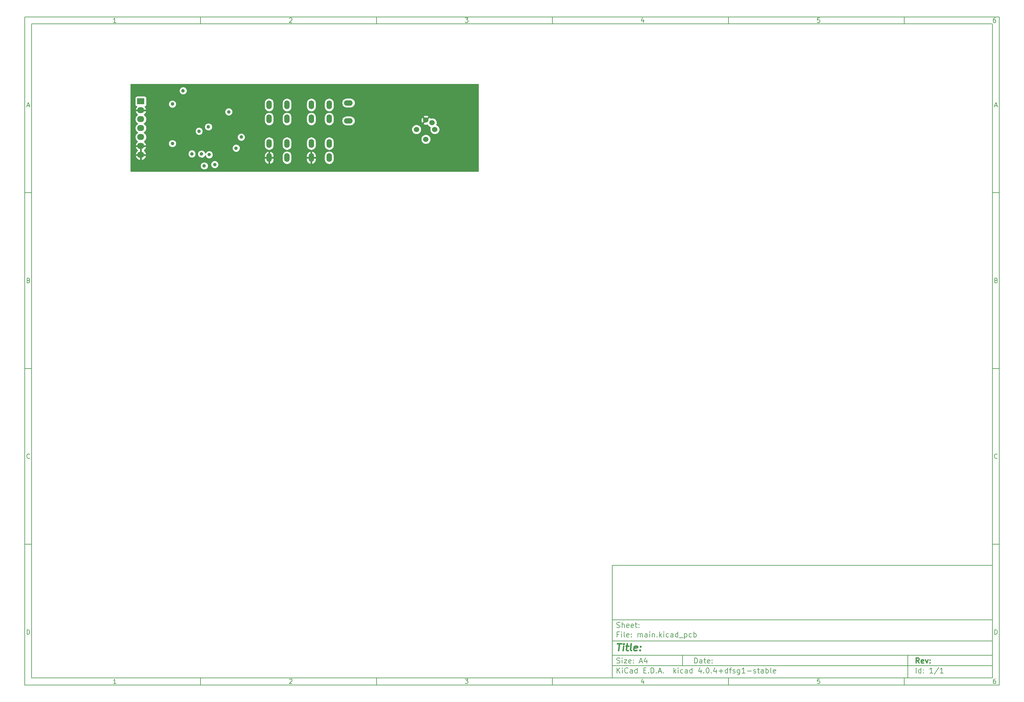
<source format=gbr>
G04 #@! TF.FileFunction,Copper,L2,Inr,Signal*
%FSLAX46Y46*%
G04 Gerber Fmt 4.6, Leading zero omitted, Abs format (unit mm)*
G04 Created by KiCad (PCBNEW 4.0.4+dfsg1-stable) date Wed Feb 15 14:40:24 2017*
%MOMM*%
%LPD*%
G01*
G04 APERTURE LIST*
%ADD10C,0.100000*%
%ADD11C,0.150000*%
%ADD12C,0.300000*%
%ADD13C,0.400000*%
%ADD14O,1.501140X2.499360*%
%ADD15O,2.499360X1.501140*%
%ADD16C,1.524000*%
%ADD17R,2.032000X1.727200*%
%ADD18O,2.032000X1.727200*%
%ADD19C,1.000000*%
%ADD20C,0.254000*%
G04 APERTURE END LIST*
D10*
D11*
X177002200Y-166007200D02*
X177002200Y-198007200D01*
X285002200Y-198007200D01*
X285002200Y-166007200D01*
X177002200Y-166007200D01*
D10*
D11*
X10000000Y-10000000D02*
X10000000Y-200007200D01*
X287002200Y-200007200D01*
X287002200Y-10000000D01*
X10000000Y-10000000D01*
D10*
D11*
X12000000Y-12000000D02*
X12000000Y-198007200D01*
X285002200Y-198007200D01*
X285002200Y-12000000D01*
X12000000Y-12000000D01*
D10*
D11*
X60000000Y-12000000D02*
X60000000Y-10000000D01*
D10*
D11*
X110000000Y-12000000D02*
X110000000Y-10000000D01*
D10*
D11*
X160000000Y-12000000D02*
X160000000Y-10000000D01*
D10*
D11*
X210000000Y-12000000D02*
X210000000Y-10000000D01*
D10*
D11*
X260000000Y-12000000D02*
X260000000Y-10000000D01*
D10*
D11*
X35990476Y-11588095D02*
X35247619Y-11588095D01*
X35619048Y-11588095D02*
X35619048Y-10288095D01*
X35495238Y-10473810D01*
X35371429Y-10597619D01*
X35247619Y-10659524D01*
D10*
D11*
X85247619Y-10411905D02*
X85309524Y-10350000D01*
X85433333Y-10288095D01*
X85742857Y-10288095D01*
X85866667Y-10350000D01*
X85928571Y-10411905D01*
X85990476Y-10535714D01*
X85990476Y-10659524D01*
X85928571Y-10845238D01*
X85185714Y-11588095D01*
X85990476Y-11588095D01*
D10*
D11*
X135185714Y-10288095D02*
X135990476Y-10288095D01*
X135557143Y-10783333D01*
X135742857Y-10783333D01*
X135866667Y-10845238D01*
X135928571Y-10907143D01*
X135990476Y-11030952D01*
X135990476Y-11340476D01*
X135928571Y-11464286D01*
X135866667Y-11526190D01*
X135742857Y-11588095D01*
X135371429Y-11588095D01*
X135247619Y-11526190D01*
X135185714Y-11464286D01*
D10*
D11*
X185866667Y-10721429D02*
X185866667Y-11588095D01*
X185557143Y-10226190D02*
X185247619Y-11154762D01*
X186052381Y-11154762D01*
D10*
D11*
X235928571Y-10288095D02*
X235309524Y-10288095D01*
X235247619Y-10907143D01*
X235309524Y-10845238D01*
X235433333Y-10783333D01*
X235742857Y-10783333D01*
X235866667Y-10845238D01*
X235928571Y-10907143D01*
X235990476Y-11030952D01*
X235990476Y-11340476D01*
X235928571Y-11464286D01*
X235866667Y-11526190D01*
X235742857Y-11588095D01*
X235433333Y-11588095D01*
X235309524Y-11526190D01*
X235247619Y-11464286D01*
D10*
D11*
X285866667Y-10288095D02*
X285619048Y-10288095D01*
X285495238Y-10350000D01*
X285433333Y-10411905D01*
X285309524Y-10597619D01*
X285247619Y-10845238D01*
X285247619Y-11340476D01*
X285309524Y-11464286D01*
X285371429Y-11526190D01*
X285495238Y-11588095D01*
X285742857Y-11588095D01*
X285866667Y-11526190D01*
X285928571Y-11464286D01*
X285990476Y-11340476D01*
X285990476Y-11030952D01*
X285928571Y-10907143D01*
X285866667Y-10845238D01*
X285742857Y-10783333D01*
X285495238Y-10783333D01*
X285371429Y-10845238D01*
X285309524Y-10907143D01*
X285247619Y-11030952D01*
D10*
D11*
X60000000Y-198007200D02*
X60000000Y-200007200D01*
D10*
D11*
X110000000Y-198007200D02*
X110000000Y-200007200D01*
D10*
D11*
X160000000Y-198007200D02*
X160000000Y-200007200D01*
D10*
D11*
X210000000Y-198007200D02*
X210000000Y-200007200D01*
D10*
D11*
X260000000Y-198007200D02*
X260000000Y-200007200D01*
D10*
D11*
X35990476Y-199595295D02*
X35247619Y-199595295D01*
X35619048Y-199595295D02*
X35619048Y-198295295D01*
X35495238Y-198481010D01*
X35371429Y-198604819D01*
X35247619Y-198666724D01*
D10*
D11*
X85247619Y-198419105D02*
X85309524Y-198357200D01*
X85433333Y-198295295D01*
X85742857Y-198295295D01*
X85866667Y-198357200D01*
X85928571Y-198419105D01*
X85990476Y-198542914D01*
X85990476Y-198666724D01*
X85928571Y-198852438D01*
X85185714Y-199595295D01*
X85990476Y-199595295D01*
D10*
D11*
X135185714Y-198295295D02*
X135990476Y-198295295D01*
X135557143Y-198790533D01*
X135742857Y-198790533D01*
X135866667Y-198852438D01*
X135928571Y-198914343D01*
X135990476Y-199038152D01*
X135990476Y-199347676D01*
X135928571Y-199471486D01*
X135866667Y-199533390D01*
X135742857Y-199595295D01*
X135371429Y-199595295D01*
X135247619Y-199533390D01*
X135185714Y-199471486D01*
D10*
D11*
X185866667Y-198728629D02*
X185866667Y-199595295D01*
X185557143Y-198233390D02*
X185247619Y-199161962D01*
X186052381Y-199161962D01*
D10*
D11*
X235928571Y-198295295D02*
X235309524Y-198295295D01*
X235247619Y-198914343D01*
X235309524Y-198852438D01*
X235433333Y-198790533D01*
X235742857Y-198790533D01*
X235866667Y-198852438D01*
X235928571Y-198914343D01*
X235990476Y-199038152D01*
X235990476Y-199347676D01*
X235928571Y-199471486D01*
X235866667Y-199533390D01*
X235742857Y-199595295D01*
X235433333Y-199595295D01*
X235309524Y-199533390D01*
X235247619Y-199471486D01*
D10*
D11*
X285866667Y-198295295D02*
X285619048Y-198295295D01*
X285495238Y-198357200D01*
X285433333Y-198419105D01*
X285309524Y-198604819D01*
X285247619Y-198852438D01*
X285247619Y-199347676D01*
X285309524Y-199471486D01*
X285371429Y-199533390D01*
X285495238Y-199595295D01*
X285742857Y-199595295D01*
X285866667Y-199533390D01*
X285928571Y-199471486D01*
X285990476Y-199347676D01*
X285990476Y-199038152D01*
X285928571Y-198914343D01*
X285866667Y-198852438D01*
X285742857Y-198790533D01*
X285495238Y-198790533D01*
X285371429Y-198852438D01*
X285309524Y-198914343D01*
X285247619Y-199038152D01*
D10*
D11*
X10000000Y-60000000D02*
X12000000Y-60000000D01*
D10*
D11*
X10000000Y-110000000D02*
X12000000Y-110000000D01*
D10*
D11*
X10000000Y-160000000D02*
X12000000Y-160000000D01*
D10*
D11*
X10690476Y-35216667D02*
X11309524Y-35216667D01*
X10566667Y-35588095D02*
X11000000Y-34288095D01*
X11433333Y-35588095D01*
D10*
D11*
X11092857Y-84907143D02*
X11278571Y-84969048D01*
X11340476Y-85030952D01*
X11402381Y-85154762D01*
X11402381Y-85340476D01*
X11340476Y-85464286D01*
X11278571Y-85526190D01*
X11154762Y-85588095D01*
X10659524Y-85588095D01*
X10659524Y-84288095D01*
X11092857Y-84288095D01*
X11216667Y-84350000D01*
X11278571Y-84411905D01*
X11340476Y-84535714D01*
X11340476Y-84659524D01*
X11278571Y-84783333D01*
X11216667Y-84845238D01*
X11092857Y-84907143D01*
X10659524Y-84907143D01*
D10*
D11*
X11402381Y-135464286D02*
X11340476Y-135526190D01*
X11154762Y-135588095D01*
X11030952Y-135588095D01*
X10845238Y-135526190D01*
X10721429Y-135402381D01*
X10659524Y-135278571D01*
X10597619Y-135030952D01*
X10597619Y-134845238D01*
X10659524Y-134597619D01*
X10721429Y-134473810D01*
X10845238Y-134350000D01*
X11030952Y-134288095D01*
X11154762Y-134288095D01*
X11340476Y-134350000D01*
X11402381Y-134411905D01*
D10*
D11*
X10659524Y-185588095D02*
X10659524Y-184288095D01*
X10969048Y-184288095D01*
X11154762Y-184350000D01*
X11278571Y-184473810D01*
X11340476Y-184597619D01*
X11402381Y-184845238D01*
X11402381Y-185030952D01*
X11340476Y-185278571D01*
X11278571Y-185402381D01*
X11154762Y-185526190D01*
X10969048Y-185588095D01*
X10659524Y-185588095D01*
D10*
D11*
X287002200Y-60000000D02*
X285002200Y-60000000D01*
D10*
D11*
X287002200Y-110000000D02*
X285002200Y-110000000D01*
D10*
D11*
X287002200Y-160000000D02*
X285002200Y-160000000D01*
D10*
D11*
X285692676Y-35216667D02*
X286311724Y-35216667D01*
X285568867Y-35588095D02*
X286002200Y-34288095D01*
X286435533Y-35588095D01*
D10*
D11*
X286095057Y-84907143D02*
X286280771Y-84969048D01*
X286342676Y-85030952D01*
X286404581Y-85154762D01*
X286404581Y-85340476D01*
X286342676Y-85464286D01*
X286280771Y-85526190D01*
X286156962Y-85588095D01*
X285661724Y-85588095D01*
X285661724Y-84288095D01*
X286095057Y-84288095D01*
X286218867Y-84350000D01*
X286280771Y-84411905D01*
X286342676Y-84535714D01*
X286342676Y-84659524D01*
X286280771Y-84783333D01*
X286218867Y-84845238D01*
X286095057Y-84907143D01*
X285661724Y-84907143D01*
D10*
D11*
X286404581Y-135464286D02*
X286342676Y-135526190D01*
X286156962Y-135588095D01*
X286033152Y-135588095D01*
X285847438Y-135526190D01*
X285723629Y-135402381D01*
X285661724Y-135278571D01*
X285599819Y-135030952D01*
X285599819Y-134845238D01*
X285661724Y-134597619D01*
X285723629Y-134473810D01*
X285847438Y-134350000D01*
X286033152Y-134288095D01*
X286156962Y-134288095D01*
X286342676Y-134350000D01*
X286404581Y-134411905D01*
D10*
D11*
X285661724Y-185588095D02*
X285661724Y-184288095D01*
X285971248Y-184288095D01*
X286156962Y-184350000D01*
X286280771Y-184473810D01*
X286342676Y-184597619D01*
X286404581Y-184845238D01*
X286404581Y-185030952D01*
X286342676Y-185278571D01*
X286280771Y-185402381D01*
X286156962Y-185526190D01*
X285971248Y-185588095D01*
X285661724Y-185588095D01*
D10*
D11*
X200359343Y-193785771D02*
X200359343Y-192285771D01*
X200716486Y-192285771D01*
X200930771Y-192357200D01*
X201073629Y-192500057D01*
X201145057Y-192642914D01*
X201216486Y-192928629D01*
X201216486Y-193142914D01*
X201145057Y-193428629D01*
X201073629Y-193571486D01*
X200930771Y-193714343D01*
X200716486Y-193785771D01*
X200359343Y-193785771D01*
X202502200Y-193785771D02*
X202502200Y-193000057D01*
X202430771Y-192857200D01*
X202287914Y-192785771D01*
X202002200Y-192785771D01*
X201859343Y-192857200D01*
X202502200Y-193714343D02*
X202359343Y-193785771D01*
X202002200Y-193785771D01*
X201859343Y-193714343D01*
X201787914Y-193571486D01*
X201787914Y-193428629D01*
X201859343Y-193285771D01*
X202002200Y-193214343D01*
X202359343Y-193214343D01*
X202502200Y-193142914D01*
X203002200Y-192785771D02*
X203573629Y-192785771D01*
X203216486Y-192285771D02*
X203216486Y-193571486D01*
X203287914Y-193714343D01*
X203430772Y-193785771D01*
X203573629Y-193785771D01*
X204645057Y-193714343D02*
X204502200Y-193785771D01*
X204216486Y-193785771D01*
X204073629Y-193714343D01*
X204002200Y-193571486D01*
X204002200Y-193000057D01*
X204073629Y-192857200D01*
X204216486Y-192785771D01*
X204502200Y-192785771D01*
X204645057Y-192857200D01*
X204716486Y-193000057D01*
X204716486Y-193142914D01*
X204002200Y-193285771D01*
X205359343Y-193642914D02*
X205430771Y-193714343D01*
X205359343Y-193785771D01*
X205287914Y-193714343D01*
X205359343Y-193642914D01*
X205359343Y-193785771D01*
X205359343Y-192857200D02*
X205430771Y-192928629D01*
X205359343Y-193000057D01*
X205287914Y-192928629D01*
X205359343Y-192857200D01*
X205359343Y-193000057D01*
D10*
D11*
X177002200Y-194507200D02*
X285002200Y-194507200D01*
D10*
D11*
X178359343Y-196585771D02*
X178359343Y-195085771D01*
X179216486Y-196585771D02*
X178573629Y-195728629D01*
X179216486Y-195085771D02*
X178359343Y-195942914D01*
X179859343Y-196585771D02*
X179859343Y-195585771D01*
X179859343Y-195085771D02*
X179787914Y-195157200D01*
X179859343Y-195228629D01*
X179930771Y-195157200D01*
X179859343Y-195085771D01*
X179859343Y-195228629D01*
X181430772Y-196442914D02*
X181359343Y-196514343D01*
X181145057Y-196585771D01*
X181002200Y-196585771D01*
X180787915Y-196514343D01*
X180645057Y-196371486D01*
X180573629Y-196228629D01*
X180502200Y-195942914D01*
X180502200Y-195728629D01*
X180573629Y-195442914D01*
X180645057Y-195300057D01*
X180787915Y-195157200D01*
X181002200Y-195085771D01*
X181145057Y-195085771D01*
X181359343Y-195157200D01*
X181430772Y-195228629D01*
X182716486Y-196585771D02*
X182716486Y-195800057D01*
X182645057Y-195657200D01*
X182502200Y-195585771D01*
X182216486Y-195585771D01*
X182073629Y-195657200D01*
X182716486Y-196514343D02*
X182573629Y-196585771D01*
X182216486Y-196585771D01*
X182073629Y-196514343D01*
X182002200Y-196371486D01*
X182002200Y-196228629D01*
X182073629Y-196085771D01*
X182216486Y-196014343D01*
X182573629Y-196014343D01*
X182716486Y-195942914D01*
X184073629Y-196585771D02*
X184073629Y-195085771D01*
X184073629Y-196514343D02*
X183930772Y-196585771D01*
X183645058Y-196585771D01*
X183502200Y-196514343D01*
X183430772Y-196442914D01*
X183359343Y-196300057D01*
X183359343Y-195871486D01*
X183430772Y-195728629D01*
X183502200Y-195657200D01*
X183645058Y-195585771D01*
X183930772Y-195585771D01*
X184073629Y-195657200D01*
X185930772Y-195800057D02*
X186430772Y-195800057D01*
X186645058Y-196585771D02*
X185930772Y-196585771D01*
X185930772Y-195085771D01*
X186645058Y-195085771D01*
X187287915Y-196442914D02*
X187359343Y-196514343D01*
X187287915Y-196585771D01*
X187216486Y-196514343D01*
X187287915Y-196442914D01*
X187287915Y-196585771D01*
X188002201Y-196585771D02*
X188002201Y-195085771D01*
X188359344Y-195085771D01*
X188573629Y-195157200D01*
X188716487Y-195300057D01*
X188787915Y-195442914D01*
X188859344Y-195728629D01*
X188859344Y-195942914D01*
X188787915Y-196228629D01*
X188716487Y-196371486D01*
X188573629Y-196514343D01*
X188359344Y-196585771D01*
X188002201Y-196585771D01*
X189502201Y-196442914D02*
X189573629Y-196514343D01*
X189502201Y-196585771D01*
X189430772Y-196514343D01*
X189502201Y-196442914D01*
X189502201Y-196585771D01*
X190145058Y-196157200D02*
X190859344Y-196157200D01*
X190002201Y-196585771D02*
X190502201Y-195085771D01*
X191002201Y-196585771D01*
X191502201Y-196442914D02*
X191573629Y-196514343D01*
X191502201Y-196585771D01*
X191430772Y-196514343D01*
X191502201Y-196442914D01*
X191502201Y-196585771D01*
X194502201Y-196585771D02*
X194502201Y-195085771D01*
X194645058Y-196014343D02*
X195073629Y-196585771D01*
X195073629Y-195585771D02*
X194502201Y-196157200D01*
X195716487Y-196585771D02*
X195716487Y-195585771D01*
X195716487Y-195085771D02*
X195645058Y-195157200D01*
X195716487Y-195228629D01*
X195787915Y-195157200D01*
X195716487Y-195085771D01*
X195716487Y-195228629D01*
X197073630Y-196514343D02*
X196930773Y-196585771D01*
X196645059Y-196585771D01*
X196502201Y-196514343D01*
X196430773Y-196442914D01*
X196359344Y-196300057D01*
X196359344Y-195871486D01*
X196430773Y-195728629D01*
X196502201Y-195657200D01*
X196645059Y-195585771D01*
X196930773Y-195585771D01*
X197073630Y-195657200D01*
X198359344Y-196585771D02*
X198359344Y-195800057D01*
X198287915Y-195657200D01*
X198145058Y-195585771D01*
X197859344Y-195585771D01*
X197716487Y-195657200D01*
X198359344Y-196514343D02*
X198216487Y-196585771D01*
X197859344Y-196585771D01*
X197716487Y-196514343D01*
X197645058Y-196371486D01*
X197645058Y-196228629D01*
X197716487Y-196085771D01*
X197859344Y-196014343D01*
X198216487Y-196014343D01*
X198359344Y-195942914D01*
X199716487Y-196585771D02*
X199716487Y-195085771D01*
X199716487Y-196514343D02*
X199573630Y-196585771D01*
X199287916Y-196585771D01*
X199145058Y-196514343D01*
X199073630Y-196442914D01*
X199002201Y-196300057D01*
X199002201Y-195871486D01*
X199073630Y-195728629D01*
X199145058Y-195657200D01*
X199287916Y-195585771D01*
X199573630Y-195585771D01*
X199716487Y-195657200D01*
X202216487Y-195585771D02*
X202216487Y-196585771D01*
X201859344Y-195014343D02*
X201502201Y-196085771D01*
X202430773Y-196085771D01*
X203002201Y-196442914D02*
X203073629Y-196514343D01*
X203002201Y-196585771D01*
X202930772Y-196514343D01*
X203002201Y-196442914D01*
X203002201Y-196585771D01*
X204002201Y-195085771D02*
X204145058Y-195085771D01*
X204287915Y-195157200D01*
X204359344Y-195228629D01*
X204430773Y-195371486D01*
X204502201Y-195657200D01*
X204502201Y-196014343D01*
X204430773Y-196300057D01*
X204359344Y-196442914D01*
X204287915Y-196514343D01*
X204145058Y-196585771D01*
X204002201Y-196585771D01*
X203859344Y-196514343D01*
X203787915Y-196442914D01*
X203716487Y-196300057D01*
X203645058Y-196014343D01*
X203645058Y-195657200D01*
X203716487Y-195371486D01*
X203787915Y-195228629D01*
X203859344Y-195157200D01*
X204002201Y-195085771D01*
X205145058Y-196442914D02*
X205216486Y-196514343D01*
X205145058Y-196585771D01*
X205073629Y-196514343D01*
X205145058Y-196442914D01*
X205145058Y-196585771D01*
X206502201Y-195585771D02*
X206502201Y-196585771D01*
X206145058Y-195014343D02*
X205787915Y-196085771D01*
X206716487Y-196085771D01*
X207287915Y-196014343D02*
X208430772Y-196014343D01*
X207859343Y-196585771D02*
X207859343Y-195442914D01*
X209787915Y-196585771D02*
X209787915Y-195085771D01*
X209787915Y-196514343D02*
X209645058Y-196585771D01*
X209359344Y-196585771D01*
X209216486Y-196514343D01*
X209145058Y-196442914D01*
X209073629Y-196300057D01*
X209073629Y-195871486D01*
X209145058Y-195728629D01*
X209216486Y-195657200D01*
X209359344Y-195585771D01*
X209645058Y-195585771D01*
X209787915Y-195657200D01*
X210287915Y-195585771D02*
X210859344Y-195585771D01*
X210502201Y-196585771D02*
X210502201Y-195300057D01*
X210573629Y-195157200D01*
X210716487Y-195085771D01*
X210859344Y-195085771D01*
X211287915Y-196514343D02*
X211430772Y-196585771D01*
X211716487Y-196585771D01*
X211859344Y-196514343D01*
X211930772Y-196371486D01*
X211930772Y-196300057D01*
X211859344Y-196157200D01*
X211716487Y-196085771D01*
X211502201Y-196085771D01*
X211359344Y-196014343D01*
X211287915Y-195871486D01*
X211287915Y-195800057D01*
X211359344Y-195657200D01*
X211502201Y-195585771D01*
X211716487Y-195585771D01*
X211859344Y-195657200D01*
X213216487Y-195585771D02*
X213216487Y-196800057D01*
X213145058Y-196942914D01*
X213073630Y-197014343D01*
X212930773Y-197085771D01*
X212716487Y-197085771D01*
X212573630Y-197014343D01*
X213216487Y-196514343D02*
X213073630Y-196585771D01*
X212787916Y-196585771D01*
X212645058Y-196514343D01*
X212573630Y-196442914D01*
X212502201Y-196300057D01*
X212502201Y-195871486D01*
X212573630Y-195728629D01*
X212645058Y-195657200D01*
X212787916Y-195585771D01*
X213073630Y-195585771D01*
X213216487Y-195657200D01*
X214716487Y-196585771D02*
X213859344Y-196585771D01*
X214287916Y-196585771D02*
X214287916Y-195085771D01*
X214145059Y-195300057D01*
X214002201Y-195442914D01*
X213859344Y-195514343D01*
X215359344Y-196014343D02*
X216502201Y-196014343D01*
X217145058Y-196514343D02*
X217287915Y-196585771D01*
X217573630Y-196585771D01*
X217716487Y-196514343D01*
X217787915Y-196371486D01*
X217787915Y-196300057D01*
X217716487Y-196157200D01*
X217573630Y-196085771D01*
X217359344Y-196085771D01*
X217216487Y-196014343D01*
X217145058Y-195871486D01*
X217145058Y-195800057D01*
X217216487Y-195657200D01*
X217359344Y-195585771D01*
X217573630Y-195585771D01*
X217716487Y-195657200D01*
X218216487Y-195585771D02*
X218787916Y-195585771D01*
X218430773Y-195085771D02*
X218430773Y-196371486D01*
X218502201Y-196514343D01*
X218645059Y-196585771D01*
X218787916Y-196585771D01*
X219930773Y-196585771D02*
X219930773Y-195800057D01*
X219859344Y-195657200D01*
X219716487Y-195585771D01*
X219430773Y-195585771D01*
X219287916Y-195657200D01*
X219930773Y-196514343D02*
X219787916Y-196585771D01*
X219430773Y-196585771D01*
X219287916Y-196514343D01*
X219216487Y-196371486D01*
X219216487Y-196228629D01*
X219287916Y-196085771D01*
X219430773Y-196014343D01*
X219787916Y-196014343D01*
X219930773Y-195942914D01*
X220645059Y-196585771D02*
X220645059Y-195085771D01*
X220645059Y-195657200D02*
X220787916Y-195585771D01*
X221073630Y-195585771D01*
X221216487Y-195657200D01*
X221287916Y-195728629D01*
X221359345Y-195871486D01*
X221359345Y-196300057D01*
X221287916Y-196442914D01*
X221216487Y-196514343D01*
X221073630Y-196585771D01*
X220787916Y-196585771D01*
X220645059Y-196514343D01*
X222216488Y-196585771D02*
X222073630Y-196514343D01*
X222002202Y-196371486D01*
X222002202Y-195085771D01*
X223359344Y-196514343D02*
X223216487Y-196585771D01*
X222930773Y-196585771D01*
X222787916Y-196514343D01*
X222716487Y-196371486D01*
X222716487Y-195800057D01*
X222787916Y-195657200D01*
X222930773Y-195585771D01*
X223216487Y-195585771D01*
X223359344Y-195657200D01*
X223430773Y-195800057D01*
X223430773Y-195942914D01*
X222716487Y-196085771D01*
D10*
D11*
X177002200Y-191507200D02*
X285002200Y-191507200D01*
D10*
D12*
X264216486Y-193785771D02*
X263716486Y-193071486D01*
X263359343Y-193785771D02*
X263359343Y-192285771D01*
X263930771Y-192285771D01*
X264073629Y-192357200D01*
X264145057Y-192428629D01*
X264216486Y-192571486D01*
X264216486Y-192785771D01*
X264145057Y-192928629D01*
X264073629Y-193000057D01*
X263930771Y-193071486D01*
X263359343Y-193071486D01*
X265430771Y-193714343D02*
X265287914Y-193785771D01*
X265002200Y-193785771D01*
X264859343Y-193714343D01*
X264787914Y-193571486D01*
X264787914Y-193000057D01*
X264859343Y-192857200D01*
X265002200Y-192785771D01*
X265287914Y-192785771D01*
X265430771Y-192857200D01*
X265502200Y-193000057D01*
X265502200Y-193142914D01*
X264787914Y-193285771D01*
X266002200Y-192785771D02*
X266359343Y-193785771D01*
X266716485Y-192785771D01*
X267287914Y-193642914D02*
X267359342Y-193714343D01*
X267287914Y-193785771D01*
X267216485Y-193714343D01*
X267287914Y-193642914D01*
X267287914Y-193785771D01*
X267287914Y-192857200D02*
X267359342Y-192928629D01*
X267287914Y-193000057D01*
X267216485Y-192928629D01*
X267287914Y-192857200D01*
X267287914Y-193000057D01*
D10*
D11*
X178287914Y-193714343D02*
X178502200Y-193785771D01*
X178859343Y-193785771D01*
X179002200Y-193714343D01*
X179073629Y-193642914D01*
X179145057Y-193500057D01*
X179145057Y-193357200D01*
X179073629Y-193214343D01*
X179002200Y-193142914D01*
X178859343Y-193071486D01*
X178573629Y-193000057D01*
X178430771Y-192928629D01*
X178359343Y-192857200D01*
X178287914Y-192714343D01*
X178287914Y-192571486D01*
X178359343Y-192428629D01*
X178430771Y-192357200D01*
X178573629Y-192285771D01*
X178930771Y-192285771D01*
X179145057Y-192357200D01*
X179787914Y-193785771D02*
X179787914Y-192785771D01*
X179787914Y-192285771D02*
X179716485Y-192357200D01*
X179787914Y-192428629D01*
X179859342Y-192357200D01*
X179787914Y-192285771D01*
X179787914Y-192428629D01*
X180359343Y-192785771D02*
X181145057Y-192785771D01*
X180359343Y-193785771D01*
X181145057Y-193785771D01*
X182287914Y-193714343D02*
X182145057Y-193785771D01*
X181859343Y-193785771D01*
X181716486Y-193714343D01*
X181645057Y-193571486D01*
X181645057Y-193000057D01*
X181716486Y-192857200D01*
X181859343Y-192785771D01*
X182145057Y-192785771D01*
X182287914Y-192857200D01*
X182359343Y-193000057D01*
X182359343Y-193142914D01*
X181645057Y-193285771D01*
X183002200Y-193642914D02*
X183073628Y-193714343D01*
X183002200Y-193785771D01*
X182930771Y-193714343D01*
X183002200Y-193642914D01*
X183002200Y-193785771D01*
X183002200Y-192857200D02*
X183073628Y-192928629D01*
X183002200Y-193000057D01*
X182930771Y-192928629D01*
X183002200Y-192857200D01*
X183002200Y-193000057D01*
X184787914Y-193357200D02*
X185502200Y-193357200D01*
X184645057Y-193785771D02*
X185145057Y-192285771D01*
X185645057Y-193785771D01*
X186787914Y-192785771D02*
X186787914Y-193785771D01*
X186430771Y-192214343D02*
X186073628Y-193285771D01*
X187002200Y-193285771D01*
D10*
D11*
X263359343Y-196585771D02*
X263359343Y-195085771D01*
X264716486Y-196585771D02*
X264716486Y-195085771D01*
X264716486Y-196514343D02*
X264573629Y-196585771D01*
X264287915Y-196585771D01*
X264145057Y-196514343D01*
X264073629Y-196442914D01*
X264002200Y-196300057D01*
X264002200Y-195871486D01*
X264073629Y-195728629D01*
X264145057Y-195657200D01*
X264287915Y-195585771D01*
X264573629Y-195585771D01*
X264716486Y-195657200D01*
X265430772Y-196442914D02*
X265502200Y-196514343D01*
X265430772Y-196585771D01*
X265359343Y-196514343D01*
X265430772Y-196442914D01*
X265430772Y-196585771D01*
X265430772Y-195657200D02*
X265502200Y-195728629D01*
X265430772Y-195800057D01*
X265359343Y-195728629D01*
X265430772Y-195657200D01*
X265430772Y-195800057D01*
X268073629Y-196585771D02*
X267216486Y-196585771D01*
X267645058Y-196585771D02*
X267645058Y-195085771D01*
X267502201Y-195300057D01*
X267359343Y-195442914D01*
X267216486Y-195514343D01*
X269787914Y-195014343D02*
X268502200Y-196942914D01*
X271073629Y-196585771D02*
X270216486Y-196585771D01*
X270645058Y-196585771D02*
X270645058Y-195085771D01*
X270502201Y-195300057D01*
X270359343Y-195442914D01*
X270216486Y-195514343D01*
D10*
D11*
X177002200Y-187507200D02*
X285002200Y-187507200D01*
D10*
D13*
X178454581Y-188211962D02*
X179597438Y-188211962D01*
X178776010Y-190211962D02*
X179026010Y-188211962D01*
X180014105Y-190211962D02*
X180180771Y-188878629D01*
X180264105Y-188211962D02*
X180156962Y-188307200D01*
X180240295Y-188402438D01*
X180347439Y-188307200D01*
X180264105Y-188211962D01*
X180240295Y-188402438D01*
X180847438Y-188878629D02*
X181609343Y-188878629D01*
X181216486Y-188211962D02*
X181002200Y-189926248D01*
X181073630Y-190116724D01*
X181252201Y-190211962D01*
X181442677Y-190211962D01*
X182395058Y-190211962D02*
X182216487Y-190116724D01*
X182145057Y-189926248D01*
X182359343Y-188211962D01*
X183930772Y-190116724D02*
X183728391Y-190211962D01*
X183347439Y-190211962D01*
X183168867Y-190116724D01*
X183097438Y-189926248D01*
X183192676Y-189164343D01*
X183311724Y-188973867D01*
X183514105Y-188878629D01*
X183895057Y-188878629D01*
X184073629Y-188973867D01*
X184145057Y-189164343D01*
X184121248Y-189354819D01*
X183145057Y-189545295D01*
X184895057Y-190021486D02*
X184978392Y-190116724D01*
X184871248Y-190211962D01*
X184787915Y-190116724D01*
X184895057Y-190021486D01*
X184871248Y-190211962D01*
X185026010Y-188973867D02*
X185109344Y-189069105D01*
X185002200Y-189164343D01*
X184918867Y-189069105D01*
X185026010Y-188973867D01*
X185002200Y-189164343D01*
D10*
D11*
X178859343Y-185600057D02*
X178359343Y-185600057D01*
X178359343Y-186385771D02*
X178359343Y-184885771D01*
X179073629Y-184885771D01*
X179645057Y-186385771D02*
X179645057Y-185385771D01*
X179645057Y-184885771D02*
X179573628Y-184957200D01*
X179645057Y-185028629D01*
X179716485Y-184957200D01*
X179645057Y-184885771D01*
X179645057Y-185028629D01*
X180573629Y-186385771D02*
X180430771Y-186314343D01*
X180359343Y-186171486D01*
X180359343Y-184885771D01*
X181716485Y-186314343D02*
X181573628Y-186385771D01*
X181287914Y-186385771D01*
X181145057Y-186314343D01*
X181073628Y-186171486D01*
X181073628Y-185600057D01*
X181145057Y-185457200D01*
X181287914Y-185385771D01*
X181573628Y-185385771D01*
X181716485Y-185457200D01*
X181787914Y-185600057D01*
X181787914Y-185742914D01*
X181073628Y-185885771D01*
X182430771Y-186242914D02*
X182502199Y-186314343D01*
X182430771Y-186385771D01*
X182359342Y-186314343D01*
X182430771Y-186242914D01*
X182430771Y-186385771D01*
X182430771Y-185457200D02*
X182502199Y-185528629D01*
X182430771Y-185600057D01*
X182359342Y-185528629D01*
X182430771Y-185457200D01*
X182430771Y-185600057D01*
X184287914Y-186385771D02*
X184287914Y-185385771D01*
X184287914Y-185528629D02*
X184359342Y-185457200D01*
X184502200Y-185385771D01*
X184716485Y-185385771D01*
X184859342Y-185457200D01*
X184930771Y-185600057D01*
X184930771Y-186385771D01*
X184930771Y-185600057D02*
X185002200Y-185457200D01*
X185145057Y-185385771D01*
X185359342Y-185385771D01*
X185502200Y-185457200D01*
X185573628Y-185600057D01*
X185573628Y-186385771D01*
X186930771Y-186385771D02*
X186930771Y-185600057D01*
X186859342Y-185457200D01*
X186716485Y-185385771D01*
X186430771Y-185385771D01*
X186287914Y-185457200D01*
X186930771Y-186314343D02*
X186787914Y-186385771D01*
X186430771Y-186385771D01*
X186287914Y-186314343D01*
X186216485Y-186171486D01*
X186216485Y-186028629D01*
X186287914Y-185885771D01*
X186430771Y-185814343D01*
X186787914Y-185814343D01*
X186930771Y-185742914D01*
X187645057Y-186385771D02*
X187645057Y-185385771D01*
X187645057Y-184885771D02*
X187573628Y-184957200D01*
X187645057Y-185028629D01*
X187716485Y-184957200D01*
X187645057Y-184885771D01*
X187645057Y-185028629D01*
X188359343Y-185385771D02*
X188359343Y-186385771D01*
X188359343Y-185528629D02*
X188430771Y-185457200D01*
X188573629Y-185385771D01*
X188787914Y-185385771D01*
X188930771Y-185457200D01*
X189002200Y-185600057D01*
X189002200Y-186385771D01*
X189716486Y-186242914D02*
X189787914Y-186314343D01*
X189716486Y-186385771D01*
X189645057Y-186314343D01*
X189716486Y-186242914D01*
X189716486Y-186385771D01*
X190430772Y-186385771D02*
X190430772Y-184885771D01*
X190573629Y-185814343D02*
X191002200Y-186385771D01*
X191002200Y-185385771D02*
X190430772Y-185957200D01*
X191645058Y-186385771D02*
X191645058Y-185385771D01*
X191645058Y-184885771D02*
X191573629Y-184957200D01*
X191645058Y-185028629D01*
X191716486Y-184957200D01*
X191645058Y-184885771D01*
X191645058Y-185028629D01*
X193002201Y-186314343D02*
X192859344Y-186385771D01*
X192573630Y-186385771D01*
X192430772Y-186314343D01*
X192359344Y-186242914D01*
X192287915Y-186100057D01*
X192287915Y-185671486D01*
X192359344Y-185528629D01*
X192430772Y-185457200D01*
X192573630Y-185385771D01*
X192859344Y-185385771D01*
X193002201Y-185457200D01*
X194287915Y-186385771D02*
X194287915Y-185600057D01*
X194216486Y-185457200D01*
X194073629Y-185385771D01*
X193787915Y-185385771D01*
X193645058Y-185457200D01*
X194287915Y-186314343D02*
X194145058Y-186385771D01*
X193787915Y-186385771D01*
X193645058Y-186314343D01*
X193573629Y-186171486D01*
X193573629Y-186028629D01*
X193645058Y-185885771D01*
X193787915Y-185814343D01*
X194145058Y-185814343D01*
X194287915Y-185742914D01*
X195645058Y-186385771D02*
X195645058Y-184885771D01*
X195645058Y-186314343D02*
X195502201Y-186385771D01*
X195216487Y-186385771D01*
X195073629Y-186314343D01*
X195002201Y-186242914D01*
X194930772Y-186100057D01*
X194930772Y-185671486D01*
X195002201Y-185528629D01*
X195073629Y-185457200D01*
X195216487Y-185385771D01*
X195502201Y-185385771D01*
X195645058Y-185457200D01*
X196002201Y-186528629D02*
X197145058Y-186528629D01*
X197502201Y-185385771D02*
X197502201Y-186885771D01*
X197502201Y-185457200D02*
X197645058Y-185385771D01*
X197930772Y-185385771D01*
X198073629Y-185457200D01*
X198145058Y-185528629D01*
X198216487Y-185671486D01*
X198216487Y-186100057D01*
X198145058Y-186242914D01*
X198073629Y-186314343D01*
X197930772Y-186385771D01*
X197645058Y-186385771D01*
X197502201Y-186314343D01*
X199502201Y-186314343D02*
X199359344Y-186385771D01*
X199073630Y-186385771D01*
X198930772Y-186314343D01*
X198859344Y-186242914D01*
X198787915Y-186100057D01*
X198787915Y-185671486D01*
X198859344Y-185528629D01*
X198930772Y-185457200D01*
X199073630Y-185385771D01*
X199359344Y-185385771D01*
X199502201Y-185457200D01*
X200145058Y-186385771D02*
X200145058Y-184885771D01*
X200145058Y-185457200D02*
X200287915Y-185385771D01*
X200573629Y-185385771D01*
X200716486Y-185457200D01*
X200787915Y-185528629D01*
X200859344Y-185671486D01*
X200859344Y-186100057D01*
X200787915Y-186242914D01*
X200716486Y-186314343D01*
X200573629Y-186385771D01*
X200287915Y-186385771D01*
X200145058Y-186314343D01*
D10*
D11*
X177002200Y-181507200D02*
X285002200Y-181507200D01*
D10*
D11*
X178287914Y-183614343D02*
X178502200Y-183685771D01*
X178859343Y-183685771D01*
X179002200Y-183614343D01*
X179073629Y-183542914D01*
X179145057Y-183400057D01*
X179145057Y-183257200D01*
X179073629Y-183114343D01*
X179002200Y-183042914D01*
X178859343Y-182971486D01*
X178573629Y-182900057D01*
X178430771Y-182828629D01*
X178359343Y-182757200D01*
X178287914Y-182614343D01*
X178287914Y-182471486D01*
X178359343Y-182328629D01*
X178430771Y-182257200D01*
X178573629Y-182185771D01*
X178930771Y-182185771D01*
X179145057Y-182257200D01*
X179787914Y-183685771D02*
X179787914Y-182185771D01*
X180430771Y-183685771D02*
X180430771Y-182900057D01*
X180359342Y-182757200D01*
X180216485Y-182685771D01*
X180002200Y-182685771D01*
X179859342Y-182757200D01*
X179787914Y-182828629D01*
X181716485Y-183614343D02*
X181573628Y-183685771D01*
X181287914Y-183685771D01*
X181145057Y-183614343D01*
X181073628Y-183471486D01*
X181073628Y-182900057D01*
X181145057Y-182757200D01*
X181287914Y-182685771D01*
X181573628Y-182685771D01*
X181716485Y-182757200D01*
X181787914Y-182900057D01*
X181787914Y-183042914D01*
X181073628Y-183185771D01*
X183002199Y-183614343D02*
X182859342Y-183685771D01*
X182573628Y-183685771D01*
X182430771Y-183614343D01*
X182359342Y-183471486D01*
X182359342Y-182900057D01*
X182430771Y-182757200D01*
X182573628Y-182685771D01*
X182859342Y-182685771D01*
X183002199Y-182757200D01*
X183073628Y-182900057D01*
X183073628Y-183042914D01*
X182359342Y-183185771D01*
X183502199Y-182685771D02*
X184073628Y-182685771D01*
X183716485Y-182185771D02*
X183716485Y-183471486D01*
X183787913Y-183614343D01*
X183930771Y-183685771D01*
X184073628Y-183685771D01*
X184573628Y-183542914D02*
X184645056Y-183614343D01*
X184573628Y-183685771D01*
X184502199Y-183614343D01*
X184573628Y-183542914D01*
X184573628Y-183685771D01*
X184573628Y-182757200D02*
X184645056Y-182828629D01*
X184573628Y-182900057D01*
X184502199Y-182828629D01*
X184573628Y-182757200D01*
X184573628Y-182900057D01*
D10*
D11*
X197002200Y-191507200D02*
X197002200Y-194507200D01*
D10*
D11*
X261002200Y-191507200D02*
X261002200Y-198007200D01*
D14*
X79460000Y-35000000D03*
X84540000Y-35000000D03*
X84540000Y-50000000D03*
X79460000Y-50000000D03*
D15*
X102000000Y-34460000D03*
X102000000Y-39540000D03*
D14*
X91460000Y-35000000D03*
X96540000Y-35000000D03*
X96540000Y-50000000D03*
X91460000Y-50000000D03*
D16*
X121333000Y-42000000D03*
X124000000Y-44794000D03*
X126540000Y-42000000D03*
X124000000Y-39333000D03*
X125778000Y-40095000D03*
D17*
X43000000Y-34000000D03*
D18*
X43000000Y-36540000D03*
X43000000Y-39080000D03*
X43000000Y-41620000D03*
X43000000Y-44160000D03*
X43000000Y-46700000D03*
X43000000Y-49240000D03*
D14*
X84540000Y-39000000D03*
X79460000Y-39000000D03*
X79460000Y-46000000D03*
X84540000Y-46000000D03*
X96540000Y-39000000D03*
X91460000Y-39000000D03*
X91460000Y-46000000D03*
X96540000Y-46000000D03*
D19*
X52000000Y-46000000D03*
X68000000Y-37000000D03*
X55000000Y-31000000D03*
X64000000Y-52000000D03*
X71558000Y-44175000D03*
X61033700Y-52353700D03*
X62432900Y-49148100D03*
X52000000Y-34766300D03*
X70062500Y-47337500D03*
X62196500Y-41265200D03*
X57514600Y-48929400D03*
X74000000Y-39000000D03*
X68000000Y-52000000D03*
X59557400Y-42514100D03*
X60270000Y-48973300D03*
D20*
G36*
X138873000Y-53873000D02*
X40127000Y-53873000D01*
X40127000Y-52578475D01*
X59898503Y-52578475D01*
X60070933Y-52995786D01*
X60389935Y-53315345D01*
X60806944Y-53488503D01*
X61258475Y-53488897D01*
X61675786Y-53316467D01*
X61995345Y-52997465D01*
X62168503Y-52580456D01*
X62168813Y-52224775D01*
X62864803Y-52224775D01*
X63037233Y-52642086D01*
X63356235Y-52961645D01*
X63773244Y-53134803D01*
X64224775Y-53135197D01*
X64642086Y-52962767D01*
X64961645Y-52643765D01*
X65134803Y-52226756D01*
X65135197Y-51775225D01*
X64962767Y-51357914D01*
X64643765Y-51038355D01*
X64226756Y-50865197D01*
X63775225Y-50864803D01*
X63357914Y-51037233D01*
X63038355Y-51356235D01*
X62865197Y-51773244D01*
X62864803Y-52224775D01*
X62168813Y-52224775D01*
X62168897Y-52128925D01*
X61996467Y-51711614D01*
X61677465Y-51392055D01*
X61260456Y-51218897D01*
X60808925Y-51218503D01*
X60391614Y-51390933D01*
X60072055Y-51709935D01*
X59898897Y-52126944D01*
X59898503Y-52578475D01*
X40127000Y-52578475D01*
X40127000Y-49599026D01*
X41392642Y-49599026D01*
X41395291Y-49614791D01*
X41649268Y-50142036D01*
X42085680Y-50531954D01*
X42638087Y-50725184D01*
X42873000Y-50580924D01*
X42873000Y-49367000D01*
X43127000Y-49367000D01*
X43127000Y-50580924D01*
X43361913Y-50725184D01*
X43914320Y-50531954D01*
X44350732Y-50142036D01*
X44604709Y-49614791D01*
X44607358Y-49599026D01*
X44486217Y-49367000D01*
X43127000Y-49367000D01*
X42873000Y-49367000D01*
X41513783Y-49367000D01*
X41392642Y-49599026D01*
X40127000Y-49599026D01*
X40127000Y-49154175D01*
X56379403Y-49154175D01*
X56551833Y-49571486D01*
X56870835Y-49891045D01*
X57287844Y-50064203D01*
X57739375Y-50064597D01*
X58156686Y-49892167D01*
X58476245Y-49573165D01*
X58631996Y-49198075D01*
X59134803Y-49198075D01*
X59307233Y-49615386D01*
X59626235Y-49934945D01*
X60043244Y-50108103D01*
X60494775Y-50108497D01*
X60912086Y-49936067D01*
X61231645Y-49617065D01*
X61315329Y-49415533D01*
X61470133Y-49790186D01*
X61789135Y-50109745D01*
X62206144Y-50282903D01*
X62657675Y-50283297D01*
X63035941Y-50127000D01*
X78074430Y-50127000D01*
X78074430Y-50626110D01*
X78228501Y-51146677D01*
X78570056Y-51568658D01*
X79047097Y-51827810D01*
X79118725Y-51841993D01*
X79333000Y-51719339D01*
X79333000Y-50127000D01*
X79587000Y-50127000D01*
X79587000Y-51719339D01*
X79801275Y-51841993D01*
X79872903Y-51827810D01*
X80349944Y-51568658D01*
X80691499Y-51146677D01*
X80845570Y-50626110D01*
X80845570Y-50127000D01*
X79587000Y-50127000D01*
X79333000Y-50127000D01*
X78074430Y-50127000D01*
X63035941Y-50127000D01*
X63074986Y-50110867D01*
X63394545Y-49791865D01*
X63567703Y-49374856D01*
X63567703Y-49373890D01*
X78074430Y-49373890D01*
X78074430Y-49873000D01*
X79333000Y-49873000D01*
X79333000Y-48280661D01*
X79587000Y-48280661D01*
X79587000Y-49873000D01*
X80845570Y-49873000D01*
X80845570Y-49463967D01*
X83154430Y-49463967D01*
X83154430Y-50536033D01*
X83259900Y-51066268D01*
X83560254Y-51515779D01*
X84009765Y-51816133D01*
X84540000Y-51921603D01*
X85070235Y-51816133D01*
X85519746Y-51515779D01*
X85820100Y-51066268D01*
X85925570Y-50536033D01*
X85925570Y-50127000D01*
X90074430Y-50127000D01*
X90074430Y-50626110D01*
X90228501Y-51146677D01*
X90570056Y-51568658D01*
X91047097Y-51827810D01*
X91118725Y-51841993D01*
X91333000Y-51719339D01*
X91333000Y-50127000D01*
X91587000Y-50127000D01*
X91587000Y-51719339D01*
X91801275Y-51841993D01*
X91872903Y-51827810D01*
X92349944Y-51568658D01*
X92691499Y-51146677D01*
X92845570Y-50626110D01*
X92845570Y-50127000D01*
X91587000Y-50127000D01*
X91333000Y-50127000D01*
X90074430Y-50127000D01*
X85925570Y-50127000D01*
X85925570Y-49463967D01*
X85907653Y-49373890D01*
X90074430Y-49373890D01*
X90074430Y-49873000D01*
X91333000Y-49873000D01*
X91333000Y-48280661D01*
X91587000Y-48280661D01*
X91587000Y-49873000D01*
X92845570Y-49873000D01*
X92845570Y-49463967D01*
X95154430Y-49463967D01*
X95154430Y-50536033D01*
X95259900Y-51066268D01*
X95560254Y-51515779D01*
X96009765Y-51816133D01*
X96540000Y-51921603D01*
X97070235Y-51816133D01*
X97519746Y-51515779D01*
X97820100Y-51066268D01*
X97925570Y-50536033D01*
X97925570Y-49463967D01*
X97820100Y-48933732D01*
X97519746Y-48484221D01*
X97070235Y-48183867D01*
X96540000Y-48078397D01*
X96009765Y-48183867D01*
X95560254Y-48484221D01*
X95259900Y-48933732D01*
X95154430Y-49463967D01*
X92845570Y-49463967D01*
X92845570Y-49373890D01*
X92691499Y-48853323D01*
X92349944Y-48431342D01*
X91872903Y-48172190D01*
X91801275Y-48158007D01*
X91587000Y-48280661D01*
X91333000Y-48280661D01*
X91118725Y-48158007D01*
X91047097Y-48172190D01*
X90570056Y-48431342D01*
X90228501Y-48853323D01*
X90074430Y-49373890D01*
X85907653Y-49373890D01*
X85820100Y-48933732D01*
X85519746Y-48484221D01*
X85070235Y-48183867D01*
X84540000Y-48078397D01*
X84009765Y-48183867D01*
X83560254Y-48484221D01*
X83259900Y-48933732D01*
X83154430Y-49463967D01*
X80845570Y-49463967D01*
X80845570Y-49373890D01*
X80691499Y-48853323D01*
X80349944Y-48431342D01*
X79872903Y-48172190D01*
X79801275Y-48158007D01*
X79587000Y-48280661D01*
X79333000Y-48280661D01*
X79118725Y-48158007D01*
X79047097Y-48172190D01*
X78570056Y-48431342D01*
X78228501Y-48853323D01*
X78074430Y-49373890D01*
X63567703Y-49373890D01*
X63568097Y-48923325D01*
X63395667Y-48506014D01*
X63076665Y-48186455D01*
X62659656Y-48013297D01*
X62208125Y-48012903D01*
X61790814Y-48185333D01*
X61471255Y-48504335D01*
X61387571Y-48705867D01*
X61232767Y-48331214D01*
X60913765Y-48011655D01*
X60496756Y-47838497D01*
X60045225Y-47838103D01*
X59627914Y-48010533D01*
X59308355Y-48329535D01*
X59135197Y-48746544D01*
X59134803Y-49198075D01*
X58631996Y-49198075D01*
X58649403Y-49156156D01*
X58649797Y-48704625D01*
X58477367Y-48287314D01*
X58158365Y-47967755D01*
X57741356Y-47794597D01*
X57289825Y-47794203D01*
X56872514Y-47966633D01*
X56552955Y-48285635D01*
X56379797Y-48702644D01*
X56379403Y-49154175D01*
X40127000Y-49154175D01*
X40127000Y-47059026D01*
X41392642Y-47059026D01*
X41395291Y-47074791D01*
X41649268Y-47602036D01*
X42061108Y-47970000D01*
X41649268Y-48337964D01*
X41395291Y-48865209D01*
X41392642Y-48880974D01*
X41513783Y-49113000D01*
X42873000Y-49113000D01*
X42873000Y-46827000D01*
X43127000Y-46827000D01*
X43127000Y-49113000D01*
X44486217Y-49113000D01*
X44607358Y-48880974D01*
X44604709Y-48865209D01*
X44350732Y-48337964D01*
X43938892Y-47970000D01*
X44350732Y-47602036D01*
X44369885Y-47562275D01*
X68927303Y-47562275D01*
X69099733Y-47979586D01*
X69418735Y-48299145D01*
X69835744Y-48472303D01*
X70287275Y-48472697D01*
X70704586Y-48300267D01*
X71024145Y-47981265D01*
X71197303Y-47564256D01*
X71197697Y-47112725D01*
X71025267Y-46695414D01*
X70706265Y-46375855D01*
X70289256Y-46202697D01*
X69837725Y-46202303D01*
X69420414Y-46374733D01*
X69100855Y-46693735D01*
X68927697Y-47110744D01*
X68927303Y-47562275D01*
X44369885Y-47562275D01*
X44604709Y-47074791D01*
X44607358Y-47059026D01*
X44486217Y-46827000D01*
X43127000Y-46827000D01*
X42873000Y-46827000D01*
X41513783Y-46827000D01*
X41392642Y-47059026D01*
X40127000Y-47059026D01*
X40127000Y-39080000D01*
X41316655Y-39080000D01*
X41430729Y-39653489D01*
X41755585Y-40139670D01*
X42070366Y-40350000D01*
X41755585Y-40560330D01*
X41430729Y-41046511D01*
X41316655Y-41620000D01*
X41430729Y-42193489D01*
X41755585Y-42679670D01*
X42070366Y-42890000D01*
X41755585Y-43100330D01*
X41430729Y-43586511D01*
X41316655Y-44160000D01*
X41430729Y-44733489D01*
X41755585Y-45219670D01*
X42065069Y-45426461D01*
X41649268Y-45797964D01*
X41395291Y-46325209D01*
X41392642Y-46340974D01*
X41513783Y-46573000D01*
X42873000Y-46573000D01*
X42873000Y-46553000D01*
X43127000Y-46553000D01*
X43127000Y-46573000D01*
X44486217Y-46573000D01*
X44607358Y-46340974D01*
X44604709Y-46325209D01*
X44556330Y-46224775D01*
X50864803Y-46224775D01*
X51037233Y-46642086D01*
X51356235Y-46961645D01*
X51773244Y-47134803D01*
X52224775Y-47135197D01*
X52642086Y-46962767D01*
X52961645Y-46643765D01*
X53134803Y-46226756D01*
X53135197Y-45775225D01*
X53006588Y-45463967D01*
X78074430Y-45463967D01*
X78074430Y-46536033D01*
X78179900Y-47066268D01*
X78480254Y-47515779D01*
X78929765Y-47816133D01*
X79460000Y-47921603D01*
X79990235Y-47816133D01*
X80439746Y-47515779D01*
X80740100Y-47066268D01*
X80845570Y-46536033D01*
X80845570Y-45463967D01*
X83154430Y-45463967D01*
X83154430Y-46536033D01*
X83259900Y-47066268D01*
X83560254Y-47515779D01*
X84009765Y-47816133D01*
X84540000Y-47921603D01*
X85070235Y-47816133D01*
X85519746Y-47515779D01*
X85820100Y-47066268D01*
X85925570Y-46536033D01*
X85925570Y-45463967D01*
X90074430Y-45463967D01*
X90074430Y-46536033D01*
X90179900Y-47066268D01*
X90480254Y-47515779D01*
X90929765Y-47816133D01*
X91460000Y-47921603D01*
X91990235Y-47816133D01*
X92439746Y-47515779D01*
X92740100Y-47066268D01*
X92845570Y-46536033D01*
X92845570Y-45463967D01*
X95154430Y-45463967D01*
X95154430Y-46536033D01*
X95259900Y-47066268D01*
X95560254Y-47515779D01*
X96009765Y-47816133D01*
X96540000Y-47921603D01*
X97070235Y-47816133D01*
X97519746Y-47515779D01*
X97820100Y-47066268D01*
X97925570Y-46536033D01*
X97925570Y-45463967D01*
X97847337Y-45070661D01*
X122602758Y-45070661D01*
X122814990Y-45584303D01*
X123207630Y-45977629D01*
X123720900Y-46190757D01*
X124276661Y-46191242D01*
X124790303Y-45979010D01*
X125183629Y-45586370D01*
X125396757Y-45073100D01*
X125397242Y-44517339D01*
X125185010Y-44003697D01*
X124792370Y-43610371D01*
X124279100Y-43397243D01*
X123723339Y-43396758D01*
X123209697Y-43608990D01*
X122816371Y-44001630D01*
X122603243Y-44514900D01*
X122602758Y-45070661D01*
X97847337Y-45070661D01*
X97820100Y-44933732D01*
X97519746Y-44484221D01*
X97070235Y-44183867D01*
X96540000Y-44078397D01*
X96009765Y-44183867D01*
X95560254Y-44484221D01*
X95259900Y-44933732D01*
X95154430Y-45463967D01*
X92845570Y-45463967D01*
X92740100Y-44933732D01*
X92439746Y-44484221D01*
X91990235Y-44183867D01*
X91460000Y-44078397D01*
X90929765Y-44183867D01*
X90480254Y-44484221D01*
X90179900Y-44933732D01*
X90074430Y-45463967D01*
X85925570Y-45463967D01*
X85820100Y-44933732D01*
X85519746Y-44484221D01*
X85070235Y-44183867D01*
X84540000Y-44078397D01*
X84009765Y-44183867D01*
X83560254Y-44484221D01*
X83259900Y-44933732D01*
X83154430Y-45463967D01*
X80845570Y-45463967D01*
X80740100Y-44933732D01*
X80439746Y-44484221D01*
X79990235Y-44183867D01*
X79460000Y-44078397D01*
X78929765Y-44183867D01*
X78480254Y-44484221D01*
X78179900Y-44933732D01*
X78074430Y-45463967D01*
X53006588Y-45463967D01*
X52962767Y-45357914D01*
X52643765Y-45038355D01*
X52226756Y-44865197D01*
X51775225Y-44864803D01*
X51357914Y-45037233D01*
X51038355Y-45356235D01*
X50865197Y-45773244D01*
X50864803Y-46224775D01*
X44556330Y-46224775D01*
X44350732Y-45797964D01*
X43934931Y-45426461D01*
X44244415Y-45219670D01*
X44569271Y-44733489D01*
X44635650Y-44399775D01*
X70422803Y-44399775D01*
X70595233Y-44817086D01*
X70914235Y-45136645D01*
X71331244Y-45309803D01*
X71782775Y-45310197D01*
X72200086Y-45137767D01*
X72519645Y-44818765D01*
X72692803Y-44401756D01*
X72693197Y-43950225D01*
X72520767Y-43532914D01*
X72201765Y-43213355D01*
X71784756Y-43040197D01*
X71333225Y-43039803D01*
X70915914Y-43212233D01*
X70596355Y-43531235D01*
X70423197Y-43948244D01*
X70422803Y-44399775D01*
X44635650Y-44399775D01*
X44683345Y-44160000D01*
X44569271Y-43586511D01*
X44244415Y-43100330D01*
X43929634Y-42890000D01*
X44155808Y-42738875D01*
X58422203Y-42738875D01*
X58594633Y-43156186D01*
X58913635Y-43475745D01*
X59330644Y-43648903D01*
X59782175Y-43649297D01*
X60199486Y-43476867D01*
X60519045Y-43157865D01*
X60692203Y-42740856D01*
X60692597Y-42289325D01*
X60520167Y-41872014D01*
X60201165Y-41552455D01*
X60050698Y-41489975D01*
X61061303Y-41489975D01*
X61233733Y-41907286D01*
X61552735Y-42226845D01*
X61969744Y-42400003D01*
X62421275Y-42400397D01*
X62720737Y-42276661D01*
X119935758Y-42276661D01*
X120147990Y-42790303D01*
X120540630Y-43183629D01*
X121053900Y-43396757D01*
X121609661Y-43397242D01*
X122123303Y-43185010D01*
X122516629Y-42792370D01*
X122729757Y-42279100D01*
X122730242Y-41723339D01*
X122518010Y-41209697D01*
X122125370Y-40816371D01*
X121612100Y-40603243D01*
X121056339Y-40602758D01*
X120542697Y-40814990D01*
X120149371Y-41207630D01*
X119936243Y-41720900D01*
X119935758Y-42276661D01*
X62720737Y-42276661D01*
X62838586Y-42227967D01*
X63158145Y-41908965D01*
X63331303Y-41491956D01*
X63331697Y-41040425D01*
X63159267Y-40623114D01*
X62840265Y-40303555D01*
X62423256Y-40130397D01*
X61971725Y-40130003D01*
X61554414Y-40302433D01*
X61234855Y-40621435D01*
X61061697Y-41038444D01*
X61061303Y-41489975D01*
X60050698Y-41489975D01*
X59784156Y-41379297D01*
X59332625Y-41378903D01*
X58915314Y-41551333D01*
X58595755Y-41870335D01*
X58422597Y-42287344D01*
X58422203Y-42738875D01*
X44155808Y-42738875D01*
X44244415Y-42679670D01*
X44569271Y-42193489D01*
X44683345Y-41620000D01*
X44569271Y-41046511D01*
X44244415Y-40560330D01*
X43929634Y-40350000D01*
X44244415Y-40139670D01*
X44569271Y-39653489D01*
X44683345Y-39080000D01*
X44569271Y-38506511D01*
X44540844Y-38463967D01*
X78074430Y-38463967D01*
X78074430Y-39536033D01*
X78179900Y-40066268D01*
X78480254Y-40515779D01*
X78929765Y-40816133D01*
X79460000Y-40921603D01*
X79990235Y-40816133D01*
X80439746Y-40515779D01*
X80740100Y-40066268D01*
X80845570Y-39536033D01*
X80845570Y-38463967D01*
X83154430Y-38463967D01*
X83154430Y-39536033D01*
X83259900Y-40066268D01*
X83560254Y-40515779D01*
X84009765Y-40816133D01*
X84540000Y-40921603D01*
X85070235Y-40816133D01*
X85519746Y-40515779D01*
X85820100Y-40066268D01*
X85925570Y-39536033D01*
X85925570Y-38463967D01*
X90074430Y-38463967D01*
X90074430Y-39536033D01*
X90179900Y-40066268D01*
X90480254Y-40515779D01*
X90929765Y-40816133D01*
X91460000Y-40921603D01*
X91990235Y-40816133D01*
X92439746Y-40515779D01*
X92740100Y-40066268D01*
X92845570Y-39536033D01*
X92845570Y-38463967D01*
X95154430Y-38463967D01*
X95154430Y-39536033D01*
X95259900Y-40066268D01*
X95560254Y-40515779D01*
X96009765Y-40816133D01*
X96540000Y-40921603D01*
X97070235Y-40816133D01*
X97519746Y-40515779D01*
X97820100Y-40066268D01*
X97924780Y-39540000D01*
X100078397Y-39540000D01*
X100183867Y-40070235D01*
X100484221Y-40519746D01*
X100933732Y-40820100D01*
X101463967Y-40925570D01*
X102536033Y-40925570D01*
X103066268Y-40820100D01*
X103515779Y-40519746D01*
X103653780Y-40313213D01*
X123199392Y-40313213D01*
X123268857Y-40555397D01*
X123792302Y-40742144D01*
X124347368Y-40714362D01*
X124496786Y-40652471D01*
X124592990Y-40885303D01*
X124985630Y-41278629D01*
X125276703Y-41399493D01*
X125143243Y-41720900D01*
X125142758Y-42276661D01*
X125354990Y-42790303D01*
X125747630Y-43183629D01*
X126260900Y-43396757D01*
X126816661Y-43397242D01*
X127330303Y-43185010D01*
X127723629Y-42792370D01*
X127936757Y-42279100D01*
X127937242Y-41723339D01*
X127725010Y-41209697D01*
X127332370Y-40816371D01*
X127041297Y-40695507D01*
X127174757Y-40374100D01*
X127175242Y-39818339D01*
X126963010Y-39304697D01*
X126570370Y-38911371D01*
X126057100Y-38698243D01*
X125501339Y-38697758D01*
X125297079Y-38782156D01*
X125222397Y-38601857D01*
X124980213Y-38532392D01*
X124179605Y-39333000D01*
X124193748Y-39347143D01*
X124014143Y-39526748D01*
X124000000Y-39512605D01*
X123199392Y-40313213D01*
X103653780Y-40313213D01*
X103816133Y-40070235D01*
X103921603Y-39540000D01*
X103839115Y-39125302D01*
X122590856Y-39125302D01*
X122618638Y-39680368D01*
X122777603Y-40064143D01*
X123019787Y-40133608D01*
X123820395Y-39333000D01*
X123019787Y-38532392D01*
X122777603Y-38601857D01*
X122590856Y-39125302D01*
X103839115Y-39125302D01*
X103816133Y-39009765D01*
X103515779Y-38560254D01*
X103205284Y-38352787D01*
X123199392Y-38352787D01*
X124000000Y-39153395D01*
X124800608Y-38352787D01*
X124731143Y-38110603D01*
X124207698Y-37923856D01*
X123652632Y-37951638D01*
X123268857Y-38110603D01*
X123199392Y-38352787D01*
X103205284Y-38352787D01*
X103066268Y-38259900D01*
X102536033Y-38154430D01*
X101463967Y-38154430D01*
X100933732Y-38259900D01*
X100484221Y-38560254D01*
X100183867Y-39009765D01*
X100078397Y-39540000D01*
X97924780Y-39540000D01*
X97925570Y-39536033D01*
X97925570Y-38463967D01*
X97820100Y-37933732D01*
X97519746Y-37484221D01*
X97070235Y-37183867D01*
X96540000Y-37078397D01*
X96009765Y-37183867D01*
X95560254Y-37484221D01*
X95259900Y-37933732D01*
X95154430Y-38463967D01*
X92845570Y-38463967D01*
X92740100Y-37933732D01*
X92439746Y-37484221D01*
X91990235Y-37183867D01*
X91460000Y-37078397D01*
X90929765Y-37183867D01*
X90480254Y-37484221D01*
X90179900Y-37933732D01*
X90074430Y-38463967D01*
X85925570Y-38463967D01*
X85820100Y-37933732D01*
X85519746Y-37484221D01*
X85070235Y-37183867D01*
X84540000Y-37078397D01*
X84009765Y-37183867D01*
X83560254Y-37484221D01*
X83259900Y-37933732D01*
X83154430Y-38463967D01*
X80845570Y-38463967D01*
X80740100Y-37933732D01*
X80439746Y-37484221D01*
X79990235Y-37183867D01*
X79460000Y-37078397D01*
X78929765Y-37183867D01*
X78480254Y-37484221D01*
X78179900Y-37933732D01*
X78074430Y-38463967D01*
X44540844Y-38463967D01*
X44244415Y-38020330D01*
X43934931Y-37813539D01*
X44350732Y-37442036D01*
X44455387Y-37224775D01*
X66864803Y-37224775D01*
X67037233Y-37642086D01*
X67356235Y-37961645D01*
X67773244Y-38134803D01*
X68224775Y-38135197D01*
X68642086Y-37962767D01*
X68961645Y-37643765D01*
X69134803Y-37226756D01*
X69135197Y-36775225D01*
X68962767Y-36357914D01*
X68643765Y-36038355D01*
X68226756Y-35865197D01*
X67775225Y-35864803D01*
X67357914Y-36037233D01*
X67038355Y-36356235D01*
X66865197Y-36773244D01*
X66864803Y-37224775D01*
X44455387Y-37224775D01*
X44604709Y-36914791D01*
X44607358Y-36899026D01*
X44486217Y-36667000D01*
X43127000Y-36667000D01*
X43127000Y-36687000D01*
X42873000Y-36687000D01*
X42873000Y-36667000D01*
X41513783Y-36667000D01*
X41392642Y-36899026D01*
X41395291Y-36914791D01*
X41649268Y-37442036D01*
X42065069Y-37813539D01*
X41755585Y-38020330D01*
X41430729Y-38506511D01*
X41316655Y-39080000D01*
X40127000Y-39080000D01*
X40127000Y-33136400D01*
X41336560Y-33136400D01*
X41336560Y-34863600D01*
X41380838Y-35098917D01*
X41519910Y-35315041D01*
X41732110Y-35460031D01*
X41826927Y-35479232D01*
X41649268Y-35637964D01*
X41395291Y-36165209D01*
X41392642Y-36180974D01*
X41513783Y-36413000D01*
X42873000Y-36413000D01*
X42873000Y-36393000D01*
X43127000Y-36393000D01*
X43127000Y-36413000D01*
X44486217Y-36413000D01*
X44607358Y-36180974D01*
X44604709Y-36165209D01*
X44350732Y-35637964D01*
X44175155Y-35481093D01*
X44251317Y-35466762D01*
X44467441Y-35327690D01*
X44612431Y-35115490D01*
X44637625Y-34991075D01*
X50864803Y-34991075D01*
X51037233Y-35408386D01*
X51356235Y-35727945D01*
X51773244Y-35901103D01*
X52224775Y-35901497D01*
X52642086Y-35729067D01*
X52961645Y-35410065D01*
X53134803Y-34993056D01*
X53135197Y-34541525D01*
X53103151Y-34463967D01*
X78074430Y-34463967D01*
X78074430Y-35536033D01*
X78179900Y-36066268D01*
X78480254Y-36515779D01*
X78929765Y-36816133D01*
X79460000Y-36921603D01*
X79990235Y-36816133D01*
X80439746Y-36515779D01*
X80740100Y-36066268D01*
X80845570Y-35536033D01*
X80845570Y-34463967D01*
X83154430Y-34463967D01*
X83154430Y-35536033D01*
X83259900Y-36066268D01*
X83560254Y-36515779D01*
X84009765Y-36816133D01*
X84540000Y-36921603D01*
X85070235Y-36816133D01*
X85519746Y-36515779D01*
X85820100Y-36066268D01*
X85925570Y-35536033D01*
X85925570Y-34463967D01*
X90074430Y-34463967D01*
X90074430Y-35536033D01*
X90179900Y-36066268D01*
X90480254Y-36515779D01*
X90929765Y-36816133D01*
X91460000Y-36921603D01*
X91990235Y-36816133D01*
X92439746Y-36515779D01*
X92740100Y-36066268D01*
X92845570Y-35536033D01*
X92845570Y-34463967D01*
X95154430Y-34463967D01*
X95154430Y-35536033D01*
X95259900Y-36066268D01*
X95560254Y-36515779D01*
X96009765Y-36816133D01*
X96540000Y-36921603D01*
X97070235Y-36816133D01*
X97519746Y-36515779D01*
X97820100Y-36066268D01*
X97925570Y-35536033D01*
X97925570Y-34463967D01*
X97924781Y-34460000D01*
X100078397Y-34460000D01*
X100183867Y-34990235D01*
X100484221Y-35439746D01*
X100933732Y-35740100D01*
X101463967Y-35845570D01*
X102536033Y-35845570D01*
X103066268Y-35740100D01*
X103515779Y-35439746D01*
X103816133Y-34990235D01*
X103921603Y-34460000D01*
X103816133Y-33929765D01*
X103515779Y-33480254D01*
X103066268Y-33179900D01*
X102536033Y-33074430D01*
X101463967Y-33074430D01*
X100933732Y-33179900D01*
X100484221Y-33480254D01*
X100183867Y-33929765D01*
X100078397Y-34460000D01*
X97924781Y-34460000D01*
X97820100Y-33933732D01*
X97519746Y-33484221D01*
X97070235Y-33183867D01*
X96540000Y-33078397D01*
X96009765Y-33183867D01*
X95560254Y-33484221D01*
X95259900Y-33933732D01*
X95154430Y-34463967D01*
X92845570Y-34463967D01*
X92740100Y-33933732D01*
X92439746Y-33484221D01*
X91990235Y-33183867D01*
X91460000Y-33078397D01*
X90929765Y-33183867D01*
X90480254Y-33484221D01*
X90179900Y-33933732D01*
X90074430Y-34463967D01*
X85925570Y-34463967D01*
X85820100Y-33933732D01*
X85519746Y-33484221D01*
X85070235Y-33183867D01*
X84540000Y-33078397D01*
X84009765Y-33183867D01*
X83560254Y-33484221D01*
X83259900Y-33933732D01*
X83154430Y-34463967D01*
X80845570Y-34463967D01*
X80740100Y-33933732D01*
X80439746Y-33484221D01*
X79990235Y-33183867D01*
X79460000Y-33078397D01*
X78929765Y-33183867D01*
X78480254Y-33484221D01*
X78179900Y-33933732D01*
X78074430Y-34463967D01*
X53103151Y-34463967D01*
X52962767Y-34124214D01*
X52643765Y-33804655D01*
X52226756Y-33631497D01*
X51775225Y-33631103D01*
X51357914Y-33803533D01*
X51038355Y-34122535D01*
X50865197Y-34539544D01*
X50864803Y-34991075D01*
X44637625Y-34991075D01*
X44663440Y-34863600D01*
X44663440Y-33136400D01*
X44619162Y-32901083D01*
X44480090Y-32684959D01*
X44267890Y-32539969D01*
X44016000Y-32488960D01*
X41984000Y-32488960D01*
X41748683Y-32533238D01*
X41532559Y-32672310D01*
X41387569Y-32884510D01*
X41336560Y-33136400D01*
X40127000Y-33136400D01*
X40127000Y-31224775D01*
X53864803Y-31224775D01*
X54037233Y-31642086D01*
X54356235Y-31961645D01*
X54773244Y-32134803D01*
X55224775Y-32135197D01*
X55642086Y-31962767D01*
X55961645Y-31643765D01*
X56134803Y-31226756D01*
X56135197Y-30775225D01*
X55962767Y-30357914D01*
X55643765Y-30038355D01*
X55226756Y-29865197D01*
X54775225Y-29864803D01*
X54357914Y-30037233D01*
X54038355Y-30356235D01*
X53865197Y-30773244D01*
X53864803Y-31224775D01*
X40127000Y-31224775D01*
X40127000Y-29127000D01*
X138873000Y-29127000D01*
X138873000Y-53873000D01*
X138873000Y-53873000D01*
G37*
X138873000Y-53873000D02*
X40127000Y-53873000D01*
X40127000Y-52578475D01*
X59898503Y-52578475D01*
X60070933Y-52995786D01*
X60389935Y-53315345D01*
X60806944Y-53488503D01*
X61258475Y-53488897D01*
X61675786Y-53316467D01*
X61995345Y-52997465D01*
X62168503Y-52580456D01*
X62168813Y-52224775D01*
X62864803Y-52224775D01*
X63037233Y-52642086D01*
X63356235Y-52961645D01*
X63773244Y-53134803D01*
X64224775Y-53135197D01*
X64642086Y-52962767D01*
X64961645Y-52643765D01*
X65134803Y-52226756D01*
X65135197Y-51775225D01*
X64962767Y-51357914D01*
X64643765Y-51038355D01*
X64226756Y-50865197D01*
X63775225Y-50864803D01*
X63357914Y-51037233D01*
X63038355Y-51356235D01*
X62865197Y-51773244D01*
X62864803Y-52224775D01*
X62168813Y-52224775D01*
X62168897Y-52128925D01*
X61996467Y-51711614D01*
X61677465Y-51392055D01*
X61260456Y-51218897D01*
X60808925Y-51218503D01*
X60391614Y-51390933D01*
X60072055Y-51709935D01*
X59898897Y-52126944D01*
X59898503Y-52578475D01*
X40127000Y-52578475D01*
X40127000Y-49599026D01*
X41392642Y-49599026D01*
X41395291Y-49614791D01*
X41649268Y-50142036D01*
X42085680Y-50531954D01*
X42638087Y-50725184D01*
X42873000Y-50580924D01*
X42873000Y-49367000D01*
X43127000Y-49367000D01*
X43127000Y-50580924D01*
X43361913Y-50725184D01*
X43914320Y-50531954D01*
X44350732Y-50142036D01*
X44604709Y-49614791D01*
X44607358Y-49599026D01*
X44486217Y-49367000D01*
X43127000Y-49367000D01*
X42873000Y-49367000D01*
X41513783Y-49367000D01*
X41392642Y-49599026D01*
X40127000Y-49599026D01*
X40127000Y-49154175D01*
X56379403Y-49154175D01*
X56551833Y-49571486D01*
X56870835Y-49891045D01*
X57287844Y-50064203D01*
X57739375Y-50064597D01*
X58156686Y-49892167D01*
X58476245Y-49573165D01*
X58631996Y-49198075D01*
X59134803Y-49198075D01*
X59307233Y-49615386D01*
X59626235Y-49934945D01*
X60043244Y-50108103D01*
X60494775Y-50108497D01*
X60912086Y-49936067D01*
X61231645Y-49617065D01*
X61315329Y-49415533D01*
X61470133Y-49790186D01*
X61789135Y-50109745D01*
X62206144Y-50282903D01*
X62657675Y-50283297D01*
X63035941Y-50127000D01*
X78074430Y-50127000D01*
X78074430Y-50626110D01*
X78228501Y-51146677D01*
X78570056Y-51568658D01*
X79047097Y-51827810D01*
X79118725Y-51841993D01*
X79333000Y-51719339D01*
X79333000Y-50127000D01*
X79587000Y-50127000D01*
X79587000Y-51719339D01*
X79801275Y-51841993D01*
X79872903Y-51827810D01*
X80349944Y-51568658D01*
X80691499Y-51146677D01*
X80845570Y-50626110D01*
X80845570Y-50127000D01*
X79587000Y-50127000D01*
X79333000Y-50127000D01*
X78074430Y-50127000D01*
X63035941Y-50127000D01*
X63074986Y-50110867D01*
X63394545Y-49791865D01*
X63567703Y-49374856D01*
X63567703Y-49373890D01*
X78074430Y-49373890D01*
X78074430Y-49873000D01*
X79333000Y-49873000D01*
X79333000Y-48280661D01*
X79587000Y-48280661D01*
X79587000Y-49873000D01*
X80845570Y-49873000D01*
X80845570Y-49463967D01*
X83154430Y-49463967D01*
X83154430Y-50536033D01*
X83259900Y-51066268D01*
X83560254Y-51515779D01*
X84009765Y-51816133D01*
X84540000Y-51921603D01*
X85070235Y-51816133D01*
X85519746Y-51515779D01*
X85820100Y-51066268D01*
X85925570Y-50536033D01*
X85925570Y-50127000D01*
X90074430Y-50127000D01*
X90074430Y-50626110D01*
X90228501Y-51146677D01*
X90570056Y-51568658D01*
X91047097Y-51827810D01*
X91118725Y-51841993D01*
X91333000Y-51719339D01*
X91333000Y-50127000D01*
X91587000Y-50127000D01*
X91587000Y-51719339D01*
X91801275Y-51841993D01*
X91872903Y-51827810D01*
X92349944Y-51568658D01*
X92691499Y-51146677D01*
X92845570Y-50626110D01*
X92845570Y-50127000D01*
X91587000Y-50127000D01*
X91333000Y-50127000D01*
X90074430Y-50127000D01*
X85925570Y-50127000D01*
X85925570Y-49463967D01*
X85907653Y-49373890D01*
X90074430Y-49373890D01*
X90074430Y-49873000D01*
X91333000Y-49873000D01*
X91333000Y-48280661D01*
X91587000Y-48280661D01*
X91587000Y-49873000D01*
X92845570Y-49873000D01*
X92845570Y-49463967D01*
X95154430Y-49463967D01*
X95154430Y-50536033D01*
X95259900Y-51066268D01*
X95560254Y-51515779D01*
X96009765Y-51816133D01*
X96540000Y-51921603D01*
X97070235Y-51816133D01*
X97519746Y-51515779D01*
X97820100Y-51066268D01*
X97925570Y-50536033D01*
X97925570Y-49463967D01*
X97820100Y-48933732D01*
X97519746Y-48484221D01*
X97070235Y-48183867D01*
X96540000Y-48078397D01*
X96009765Y-48183867D01*
X95560254Y-48484221D01*
X95259900Y-48933732D01*
X95154430Y-49463967D01*
X92845570Y-49463967D01*
X92845570Y-49373890D01*
X92691499Y-48853323D01*
X92349944Y-48431342D01*
X91872903Y-48172190D01*
X91801275Y-48158007D01*
X91587000Y-48280661D01*
X91333000Y-48280661D01*
X91118725Y-48158007D01*
X91047097Y-48172190D01*
X90570056Y-48431342D01*
X90228501Y-48853323D01*
X90074430Y-49373890D01*
X85907653Y-49373890D01*
X85820100Y-48933732D01*
X85519746Y-48484221D01*
X85070235Y-48183867D01*
X84540000Y-48078397D01*
X84009765Y-48183867D01*
X83560254Y-48484221D01*
X83259900Y-48933732D01*
X83154430Y-49463967D01*
X80845570Y-49463967D01*
X80845570Y-49373890D01*
X80691499Y-48853323D01*
X80349944Y-48431342D01*
X79872903Y-48172190D01*
X79801275Y-48158007D01*
X79587000Y-48280661D01*
X79333000Y-48280661D01*
X79118725Y-48158007D01*
X79047097Y-48172190D01*
X78570056Y-48431342D01*
X78228501Y-48853323D01*
X78074430Y-49373890D01*
X63567703Y-49373890D01*
X63568097Y-48923325D01*
X63395667Y-48506014D01*
X63076665Y-48186455D01*
X62659656Y-48013297D01*
X62208125Y-48012903D01*
X61790814Y-48185333D01*
X61471255Y-48504335D01*
X61387571Y-48705867D01*
X61232767Y-48331214D01*
X60913765Y-48011655D01*
X60496756Y-47838497D01*
X60045225Y-47838103D01*
X59627914Y-48010533D01*
X59308355Y-48329535D01*
X59135197Y-48746544D01*
X59134803Y-49198075D01*
X58631996Y-49198075D01*
X58649403Y-49156156D01*
X58649797Y-48704625D01*
X58477367Y-48287314D01*
X58158365Y-47967755D01*
X57741356Y-47794597D01*
X57289825Y-47794203D01*
X56872514Y-47966633D01*
X56552955Y-48285635D01*
X56379797Y-48702644D01*
X56379403Y-49154175D01*
X40127000Y-49154175D01*
X40127000Y-47059026D01*
X41392642Y-47059026D01*
X41395291Y-47074791D01*
X41649268Y-47602036D01*
X42061108Y-47970000D01*
X41649268Y-48337964D01*
X41395291Y-48865209D01*
X41392642Y-48880974D01*
X41513783Y-49113000D01*
X42873000Y-49113000D01*
X42873000Y-46827000D01*
X43127000Y-46827000D01*
X43127000Y-49113000D01*
X44486217Y-49113000D01*
X44607358Y-48880974D01*
X44604709Y-48865209D01*
X44350732Y-48337964D01*
X43938892Y-47970000D01*
X44350732Y-47602036D01*
X44369885Y-47562275D01*
X68927303Y-47562275D01*
X69099733Y-47979586D01*
X69418735Y-48299145D01*
X69835744Y-48472303D01*
X70287275Y-48472697D01*
X70704586Y-48300267D01*
X71024145Y-47981265D01*
X71197303Y-47564256D01*
X71197697Y-47112725D01*
X71025267Y-46695414D01*
X70706265Y-46375855D01*
X70289256Y-46202697D01*
X69837725Y-46202303D01*
X69420414Y-46374733D01*
X69100855Y-46693735D01*
X68927697Y-47110744D01*
X68927303Y-47562275D01*
X44369885Y-47562275D01*
X44604709Y-47074791D01*
X44607358Y-47059026D01*
X44486217Y-46827000D01*
X43127000Y-46827000D01*
X42873000Y-46827000D01*
X41513783Y-46827000D01*
X41392642Y-47059026D01*
X40127000Y-47059026D01*
X40127000Y-39080000D01*
X41316655Y-39080000D01*
X41430729Y-39653489D01*
X41755585Y-40139670D01*
X42070366Y-40350000D01*
X41755585Y-40560330D01*
X41430729Y-41046511D01*
X41316655Y-41620000D01*
X41430729Y-42193489D01*
X41755585Y-42679670D01*
X42070366Y-42890000D01*
X41755585Y-43100330D01*
X41430729Y-43586511D01*
X41316655Y-44160000D01*
X41430729Y-44733489D01*
X41755585Y-45219670D01*
X42065069Y-45426461D01*
X41649268Y-45797964D01*
X41395291Y-46325209D01*
X41392642Y-46340974D01*
X41513783Y-46573000D01*
X42873000Y-46573000D01*
X42873000Y-46553000D01*
X43127000Y-46553000D01*
X43127000Y-46573000D01*
X44486217Y-46573000D01*
X44607358Y-46340974D01*
X44604709Y-46325209D01*
X44556330Y-46224775D01*
X50864803Y-46224775D01*
X51037233Y-46642086D01*
X51356235Y-46961645D01*
X51773244Y-47134803D01*
X52224775Y-47135197D01*
X52642086Y-46962767D01*
X52961645Y-46643765D01*
X53134803Y-46226756D01*
X53135197Y-45775225D01*
X53006588Y-45463967D01*
X78074430Y-45463967D01*
X78074430Y-46536033D01*
X78179900Y-47066268D01*
X78480254Y-47515779D01*
X78929765Y-47816133D01*
X79460000Y-47921603D01*
X79990235Y-47816133D01*
X80439746Y-47515779D01*
X80740100Y-47066268D01*
X80845570Y-46536033D01*
X80845570Y-45463967D01*
X83154430Y-45463967D01*
X83154430Y-46536033D01*
X83259900Y-47066268D01*
X83560254Y-47515779D01*
X84009765Y-47816133D01*
X84540000Y-47921603D01*
X85070235Y-47816133D01*
X85519746Y-47515779D01*
X85820100Y-47066268D01*
X85925570Y-46536033D01*
X85925570Y-45463967D01*
X90074430Y-45463967D01*
X90074430Y-46536033D01*
X90179900Y-47066268D01*
X90480254Y-47515779D01*
X90929765Y-47816133D01*
X91460000Y-47921603D01*
X91990235Y-47816133D01*
X92439746Y-47515779D01*
X92740100Y-47066268D01*
X92845570Y-46536033D01*
X92845570Y-45463967D01*
X95154430Y-45463967D01*
X95154430Y-46536033D01*
X95259900Y-47066268D01*
X95560254Y-47515779D01*
X96009765Y-47816133D01*
X96540000Y-47921603D01*
X97070235Y-47816133D01*
X97519746Y-47515779D01*
X97820100Y-47066268D01*
X97925570Y-46536033D01*
X97925570Y-45463967D01*
X97847337Y-45070661D01*
X122602758Y-45070661D01*
X122814990Y-45584303D01*
X123207630Y-45977629D01*
X123720900Y-46190757D01*
X124276661Y-46191242D01*
X124790303Y-45979010D01*
X125183629Y-45586370D01*
X125396757Y-45073100D01*
X125397242Y-44517339D01*
X125185010Y-44003697D01*
X124792370Y-43610371D01*
X124279100Y-43397243D01*
X123723339Y-43396758D01*
X123209697Y-43608990D01*
X122816371Y-44001630D01*
X122603243Y-44514900D01*
X122602758Y-45070661D01*
X97847337Y-45070661D01*
X97820100Y-44933732D01*
X97519746Y-44484221D01*
X97070235Y-44183867D01*
X96540000Y-44078397D01*
X96009765Y-44183867D01*
X95560254Y-44484221D01*
X95259900Y-44933732D01*
X95154430Y-45463967D01*
X92845570Y-45463967D01*
X92740100Y-44933732D01*
X92439746Y-44484221D01*
X91990235Y-44183867D01*
X91460000Y-44078397D01*
X90929765Y-44183867D01*
X90480254Y-44484221D01*
X90179900Y-44933732D01*
X90074430Y-45463967D01*
X85925570Y-45463967D01*
X85820100Y-44933732D01*
X85519746Y-44484221D01*
X85070235Y-44183867D01*
X84540000Y-44078397D01*
X84009765Y-44183867D01*
X83560254Y-44484221D01*
X83259900Y-44933732D01*
X83154430Y-45463967D01*
X80845570Y-45463967D01*
X80740100Y-44933732D01*
X80439746Y-44484221D01*
X79990235Y-44183867D01*
X79460000Y-44078397D01*
X78929765Y-44183867D01*
X78480254Y-44484221D01*
X78179900Y-44933732D01*
X78074430Y-45463967D01*
X53006588Y-45463967D01*
X52962767Y-45357914D01*
X52643765Y-45038355D01*
X52226756Y-44865197D01*
X51775225Y-44864803D01*
X51357914Y-45037233D01*
X51038355Y-45356235D01*
X50865197Y-45773244D01*
X50864803Y-46224775D01*
X44556330Y-46224775D01*
X44350732Y-45797964D01*
X43934931Y-45426461D01*
X44244415Y-45219670D01*
X44569271Y-44733489D01*
X44635650Y-44399775D01*
X70422803Y-44399775D01*
X70595233Y-44817086D01*
X70914235Y-45136645D01*
X71331244Y-45309803D01*
X71782775Y-45310197D01*
X72200086Y-45137767D01*
X72519645Y-44818765D01*
X72692803Y-44401756D01*
X72693197Y-43950225D01*
X72520767Y-43532914D01*
X72201765Y-43213355D01*
X71784756Y-43040197D01*
X71333225Y-43039803D01*
X70915914Y-43212233D01*
X70596355Y-43531235D01*
X70423197Y-43948244D01*
X70422803Y-44399775D01*
X44635650Y-44399775D01*
X44683345Y-44160000D01*
X44569271Y-43586511D01*
X44244415Y-43100330D01*
X43929634Y-42890000D01*
X44155808Y-42738875D01*
X58422203Y-42738875D01*
X58594633Y-43156186D01*
X58913635Y-43475745D01*
X59330644Y-43648903D01*
X59782175Y-43649297D01*
X60199486Y-43476867D01*
X60519045Y-43157865D01*
X60692203Y-42740856D01*
X60692597Y-42289325D01*
X60520167Y-41872014D01*
X60201165Y-41552455D01*
X60050698Y-41489975D01*
X61061303Y-41489975D01*
X61233733Y-41907286D01*
X61552735Y-42226845D01*
X61969744Y-42400003D01*
X62421275Y-42400397D01*
X62720737Y-42276661D01*
X119935758Y-42276661D01*
X120147990Y-42790303D01*
X120540630Y-43183629D01*
X121053900Y-43396757D01*
X121609661Y-43397242D01*
X122123303Y-43185010D01*
X122516629Y-42792370D01*
X122729757Y-42279100D01*
X122730242Y-41723339D01*
X122518010Y-41209697D01*
X122125370Y-40816371D01*
X121612100Y-40603243D01*
X121056339Y-40602758D01*
X120542697Y-40814990D01*
X120149371Y-41207630D01*
X119936243Y-41720900D01*
X119935758Y-42276661D01*
X62720737Y-42276661D01*
X62838586Y-42227967D01*
X63158145Y-41908965D01*
X63331303Y-41491956D01*
X63331697Y-41040425D01*
X63159267Y-40623114D01*
X62840265Y-40303555D01*
X62423256Y-40130397D01*
X61971725Y-40130003D01*
X61554414Y-40302433D01*
X61234855Y-40621435D01*
X61061697Y-41038444D01*
X61061303Y-41489975D01*
X60050698Y-41489975D01*
X59784156Y-41379297D01*
X59332625Y-41378903D01*
X58915314Y-41551333D01*
X58595755Y-41870335D01*
X58422597Y-42287344D01*
X58422203Y-42738875D01*
X44155808Y-42738875D01*
X44244415Y-42679670D01*
X44569271Y-42193489D01*
X44683345Y-41620000D01*
X44569271Y-41046511D01*
X44244415Y-40560330D01*
X43929634Y-40350000D01*
X44244415Y-40139670D01*
X44569271Y-39653489D01*
X44683345Y-39080000D01*
X44569271Y-38506511D01*
X44540844Y-38463967D01*
X78074430Y-38463967D01*
X78074430Y-39536033D01*
X78179900Y-40066268D01*
X78480254Y-40515779D01*
X78929765Y-40816133D01*
X79460000Y-40921603D01*
X79990235Y-40816133D01*
X80439746Y-40515779D01*
X80740100Y-40066268D01*
X80845570Y-39536033D01*
X80845570Y-38463967D01*
X83154430Y-38463967D01*
X83154430Y-39536033D01*
X83259900Y-40066268D01*
X83560254Y-40515779D01*
X84009765Y-40816133D01*
X84540000Y-40921603D01*
X85070235Y-40816133D01*
X85519746Y-40515779D01*
X85820100Y-40066268D01*
X85925570Y-39536033D01*
X85925570Y-38463967D01*
X90074430Y-38463967D01*
X90074430Y-39536033D01*
X90179900Y-40066268D01*
X90480254Y-40515779D01*
X90929765Y-40816133D01*
X91460000Y-40921603D01*
X91990235Y-40816133D01*
X92439746Y-40515779D01*
X92740100Y-40066268D01*
X92845570Y-39536033D01*
X92845570Y-38463967D01*
X95154430Y-38463967D01*
X95154430Y-39536033D01*
X95259900Y-40066268D01*
X95560254Y-40515779D01*
X96009765Y-40816133D01*
X96540000Y-40921603D01*
X97070235Y-40816133D01*
X97519746Y-40515779D01*
X97820100Y-40066268D01*
X97924780Y-39540000D01*
X100078397Y-39540000D01*
X100183867Y-40070235D01*
X100484221Y-40519746D01*
X100933732Y-40820100D01*
X101463967Y-40925570D01*
X102536033Y-40925570D01*
X103066268Y-40820100D01*
X103515779Y-40519746D01*
X103653780Y-40313213D01*
X123199392Y-40313213D01*
X123268857Y-40555397D01*
X123792302Y-40742144D01*
X124347368Y-40714362D01*
X124496786Y-40652471D01*
X124592990Y-40885303D01*
X124985630Y-41278629D01*
X125276703Y-41399493D01*
X125143243Y-41720900D01*
X125142758Y-42276661D01*
X125354990Y-42790303D01*
X125747630Y-43183629D01*
X126260900Y-43396757D01*
X126816661Y-43397242D01*
X127330303Y-43185010D01*
X127723629Y-42792370D01*
X127936757Y-42279100D01*
X127937242Y-41723339D01*
X127725010Y-41209697D01*
X127332370Y-40816371D01*
X127041297Y-40695507D01*
X127174757Y-40374100D01*
X127175242Y-39818339D01*
X126963010Y-39304697D01*
X126570370Y-38911371D01*
X126057100Y-38698243D01*
X125501339Y-38697758D01*
X125297079Y-38782156D01*
X125222397Y-38601857D01*
X124980213Y-38532392D01*
X124179605Y-39333000D01*
X124193748Y-39347143D01*
X124014143Y-39526748D01*
X124000000Y-39512605D01*
X123199392Y-40313213D01*
X103653780Y-40313213D01*
X103816133Y-40070235D01*
X103921603Y-39540000D01*
X103839115Y-39125302D01*
X122590856Y-39125302D01*
X122618638Y-39680368D01*
X122777603Y-40064143D01*
X123019787Y-40133608D01*
X123820395Y-39333000D01*
X123019787Y-38532392D01*
X122777603Y-38601857D01*
X122590856Y-39125302D01*
X103839115Y-39125302D01*
X103816133Y-39009765D01*
X103515779Y-38560254D01*
X103205284Y-38352787D01*
X123199392Y-38352787D01*
X124000000Y-39153395D01*
X124800608Y-38352787D01*
X124731143Y-38110603D01*
X124207698Y-37923856D01*
X123652632Y-37951638D01*
X123268857Y-38110603D01*
X123199392Y-38352787D01*
X103205284Y-38352787D01*
X103066268Y-38259900D01*
X102536033Y-38154430D01*
X101463967Y-38154430D01*
X100933732Y-38259900D01*
X100484221Y-38560254D01*
X100183867Y-39009765D01*
X100078397Y-39540000D01*
X97924780Y-39540000D01*
X97925570Y-39536033D01*
X97925570Y-38463967D01*
X97820100Y-37933732D01*
X97519746Y-37484221D01*
X97070235Y-37183867D01*
X96540000Y-37078397D01*
X96009765Y-37183867D01*
X95560254Y-37484221D01*
X95259900Y-37933732D01*
X95154430Y-38463967D01*
X92845570Y-38463967D01*
X92740100Y-37933732D01*
X92439746Y-37484221D01*
X91990235Y-37183867D01*
X91460000Y-37078397D01*
X90929765Y-37183867D01*
X90480254Y-37484221D01*
X90179900Y-37933732D01*
X90074430Y-38463967D01*
X85925570Y-38463967D01*
X85820100Y-37933732D01*
X85519746Y-37484221D01*
X85070235Y-37183867D01*
X84540000Y-37078397D01*
X84009765Y-37183867D01*
X83560254Y-37484221D01*
X83259900Y-37933732D01*
X83154430Y-38463967D01*
X80845570Y-38463967D01*
X80740100Y-37933732D01*
X80439746Y-37484221D01*
X79990235Y-37183867D01*
X79460000Y-37078397D01*
X78929765Y-37183867D01*
X78480254Y-37484221D01*
X78179900Y-37933732D01*
X78074430Y-38463967D01*
X44540844Y-38463967D01*
X44244415Y-38020330D01*
X43934931Y-37813539D01*
X44350732Y-37442036D01*
X44455387Y-37224775D01*
X66864803Y-37224775D01*
X67037233Y-37642086D01*
X67356235Y-37961645D01*
X67773244Y-38134803D01*
X68224775Y-38135197D01*
X68642086Y-37962767D01*
X68961645Y-37643765D01*
X69134803Y-37226756D01*
X69135197Y-36775225D01*
X68962767Y-36357914D01*
X68643765Y-36038355D01*
X68226756Y-35865197D01*
X67775225Y-35864803D01*
X67357914Y-36037233D01*
X67038355Y-36356235D01*
X66865197Y-36773244D01*
X66864803Y-37224775D01*
X44455387Y-37224775D01*
X44604709Y-36914791D01*
X44607358Y-36899026D01*
X44486217Y-36667000D01*
X43127000Y-36667000D01*
X43127000Y-36687000D01*
X42873000Y-36687000D01*
X42873000Y-36667000D01*
X41513783Y-36667000D01*
X41392642Y-36899026D01*
X41395291Y-36914791D01*
X41649268Y-37442036D01*
X42065069Y-37813539D01*
X41755585Y-38020330D01*
X41430729Y-38506511D01*
X41316655Y-39080000D01*
X40127000Y-39080000D01*
X40127000Y-33136400D01*
X41336560Y-33136400D01*
X41336560Y-34863600D01*
X41380838Y-35098917D01*
X41519910Y-35315041D01*
X41732110Y-35460031D01*
X41826927Y-35479232D01*
X41649268Y-35637964D01*
X41395291Y-36165209D01*
X41392642Y-36180974D01*
X41513783Y-36413000D01*
X42873000Y-36413000D01*
X42873000Y-36393000D01*
X43127000Y-36393000D01*
X43127000Y-36413000D01*
X44486217Y-36413000D01*
X44607358Y-36180974D01*
X44604709Y-36165209D01*
X44350732Y-35637964D01*
X44175155Y-35481093D01*
X44251317Y-35466762D01*
X44467441Y-35327690D01*
X44612431Y-35115490D01*
X44637625Y-34991075D01*
X50864803Y-34991075D01*
X51037233Y-35408386D01*
X51356235Y-35727945D01*
X51773244Y-35901103D01*
X52224775Y-35901497D01*
X52642086Y-35729067D01*
X52961645Y-35410065D01*
X53134803Y-34993056D01*
X53135197Y-34541525D01*
X53103151Y-34463967D01*
X78074430Y-34463967D01*
X78074430Y-35536033D01*
X78179900Y-36066268D01*
X78480254Y-36515779D01*
X78929765Y-36816133D01*
X79460000Y-36921603D01*
X79990235Y-36816133D01*
X80439746Y-36515779D01*
X80740100Y-36066268D01*
X80845570Y-35536033D01*
X80845570Y-34463967D01*
X83154430Y-34463967D01*
X83154430Y-35536033D01*
X83259900Y-36066268D01*
X83560254Y-36515779D01*
X84009765Y-36816133D01*
X84540000Y-36921603D01*
X85070235Y-36816133D01*
X85519746Y-36515779D01*
X85820100Y-36066268D01*
X85925570Y-35536033D01*
X85925570Y-34463967D01*
X90074430Y-34463967D01*
X90074430Y-35536033D01*
X90179900Y-36066268D01*
X90480254Y-36515779D01*
X90929765Y-36816133D01*
X91460000Y-36921603D01*
X91990235Y-36816133D01*
X92439746Y-36515779D01*
X92740100Y-36066268D01*
X92845570Y-35536033D01*
X92845570Y-34463967D01*
X95154430Y-34463967D01*
X95154430Y-35536033D01*
X95259900Y-36066268D01*
X95560254Y-36515779D01*
X96009765Y-36816133D01*
X96540000Y-36921603D01*
X97070235Y-36816133D01*
X97519746Y-36515779D01*
X97820100Y-36066268D01*
X97925570Y-35536033D01*
X97925570Y-34463967D01*
X97924781Y-34460000D01*
X100078397Y-34460000D01*
X100183867Y-34990235D01*
X100484221Y-35439746D01*
X100933732Y-35740100D01*
X101463967Y-35845570D01*
X102536033Y-35845570D01*
X103066268Y-35740100D01*
X103515779Y-35439746D01*
X103816133Y-34990235D01*
X103921603Y-34460000D01*
X103816133Y-33929765D01*
X103515779Y-33480254D01*
X103066268Y-33179900D01*
X102536033Y-33074430D01*
X101463967Y-33074430D01*
X100933732Y-33179900D01*
X100484221Y-33480254D01*
X100183867Y-33929765D01*
X100078397Y-34460000D01*
X97924781Y-34460000D01*
X97820100Y-33933732D01*
X97519746Y-33484221D01*
X97070235Y-33183867D01*
X96540000Y-33078397D01*
X96009765Y-33183867D01*
X95560254Y-33484221D01*
X95259900Y-33933732D01*
X95154430Y-34463967D01*
X92845570Y-34463967D01*
X92740100Y-33933732D01*
X92439746Y-33484221D01*
X91990235Y-33183867D01*
X91460000Y-33078397D01*
X90929765Y-33183867D01*
X90480254Y-33484221D01*
X90179900Y-33933732D01*
X90074430Y-34463967D01*
X85925570Y-34463967D01*
X85820100Y-33933732D01*
X85519746Y-33484221D01*
X85070235Y-33183867D01*
X84540000Y-33078397D01*
X84009765Y-33183867D01*
X83560254Y-33484221D01*
X83259900Y-33933732D01*
X83154430Y-34463967D01*
X80845570Y-34463967D01*
X80740100Y-33933732D01*
X80439746Y-33484221D01*
X79990235Y-33183867D01*
X79460000Y-33078397D01*
X78929765Y-33183867D01*
X78480254Y-33484221D01*
X78179900Y-33933732D01*
X78074430Y-34463967D01*
X53103151Y-34463967D01*
X52962767Y-34124214D01*
X52643765Y-33804655D01*
X52226756Y-33631497D01*
X51775225Y-33631103D01*
X51357914Y-33803533D01*
X51038355Y-34122535D01*
X50865197Y-34539544D01*
X50864803Y-34991075D01*
X44637625Y-34991075D01*
X44663440Y-34863600D01*
X44663440Y-33136400D01*
X44619162Y-32901083D01*
X44480090Y-32684959D01*
X44267890Y-32539969D01*
X44016000Y-32488960D01*
X41984000Y-32488960D01*
X41748683Y-32533238D01*
X41532559Y-32672310D01*
X41387569Y-32884510D01*
X41336560Y-33136400D01*
X40127000Y-33136400D01*
X40127000Y-31224775D01*
X53864803Y-31224775D01*
X54037233Y-31642086D01*
X54356235Y-31961645D01*
X54773244Y-32134803D01*
X55224775Y-32135197D01*
X55642086Y-31962767D01*
X55961645Y-31643765D01*
X56134803Y-31226756D01*
X56135197Y-30775225D01*
X55962767Y-30357914D01*
X55643765Y-30038355D01*
X55226756Y-29865197D01*
X54775225Y-29864803D01*
X54357914Y-30037233D01*
X54038355Y-30356235D01*
X53865197Y-30773244D01*
X53864803Y-31224775D01*
X40127000Y-31224775D01*
X40127000Y-29127000D01*
X138873000Y-29127000D01*
X138873000Y-53873000D01*
M02*

</source>
